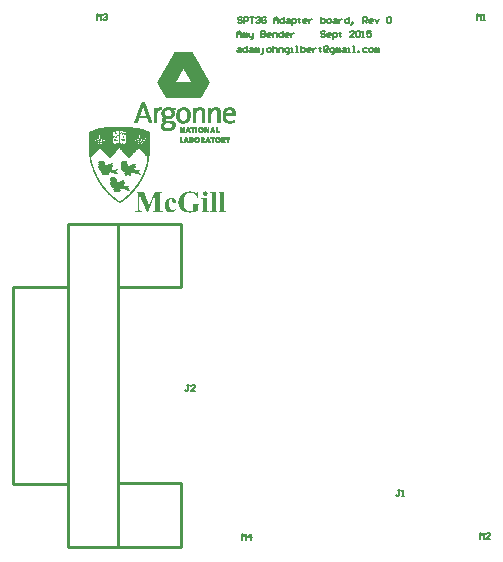
<source format=gto>
G04 Layer_Color=65535*
%FSLAX25Y25*%
%MOIN*%
G70*
G01*
G75*
%ADD11C,0.00500*%
%ADD27C,0.00100*%
%ADD28C,0.01000*%
%ADD29C,0.00050*%
G36*
X536270Y245404D02*
Y245395D01*
Y245387D01*
Y245337D01*
Y245262D01*
X536279Y245170D01*
X536287Y245079D01*
X536295Y244979D01*
X536312Y244904D01*
X536337Y244837D01*
X536345Y244829D01*
X536362Y244804D01*
X536395Y244770D01*
X536437Y244737D01*
X536504Y244695D01*
X536587Y244662D01*
X536695Y244637D01*
X536828Y244620D01*
Y244437D01*
X534321D01*
Y244620D01*
X534338D01*
X534371Y244629D01*
X534429D01*
X534496Y244645D01*
X534571Y244670D01*
X534646Y244695D01*
X534721Y244737D01*
X534779Y244795D01*
X534788Y244804D01*
X534796Y244820D01*
X534813Y244862D01*
X534829Y244912D01*
X534846Y244995D01*
X534863Y245095D01*
X534879Y245229D01*
Y245312D01*
Y245395D01*
Y250193D01*
Y250202D01*
Y250210D01*
Y250260D01*
Y250335D01*
X534871Y250427D01*
X534863Y250518D01*
X534846Y250610D01*
X534829Y250693D01*
X534804Y250751D01*
X534796Y250760D01*
X534779Y250785D01*
X534746Y250818D01*
X534704Y250851D01*
X534638Y250893D01*
X534554Y250935D01*
X534446Y250960D01*
X534321Y250976D01*
Y251168D01*
X536270D01*
Y245404D01*
D02*
G37*
G36*
X533446D02*
Y245395D01*
Y245387D01*
Y245337D01*
Y245262D01*
X533455Y245170D01*
X533463Y245079D01*
X533471Y244979D01*
X533488Y244904D01*
X533513Y244837D01*
X533521Y244829D01*
X533538Y244804D01*
X533571Y244770D01*
X533613Y244737D01*
X533680Y244695D01*
X533763Y244662D01*
X533871Y244637D01*
X534005Y244620D01*
Y244437D01*
X531497D01*
Y244620D01*
X531514D01*
X531547Y244629D01*
X531605D01*
X531672Y244645D01*
X531747Y244670D01*
X531822Y244695D01*
X531897Y244737D01*
X531955Y244795D01*
X531964Y244804D01*
X531972Y244820D01*
X531989Y244862D01*
X532005Y244912D01*
X532022Y244995D01*
X532039Y245095D01*
X532055Y245229D01*
Y245312D01*
Y245395D01*
Y250193D01*
Y250202D01*
Y250210D01*
Y250260D01*
Y250335D01*
X532047Y250427D01*
X532039Y250518D01*
X532022Y250610D01*
X532005Y250693D01*
X531980Y250751D01*
X531972Y250760D01*
X531955Y250785D01*
X531922Y250818D01*
X531880Y250851D01*
X531814Y250893D01*
X531731Y250935D01*
X531622Y250960D01*
X531497Y250976D01*
Y251168D01*
X533446D01*
Y245404D01*
D02*
G37*
G36*
X530614D02*
Y245395D01*
Y245387D01*
Y245337D01*
Y245262D01*
X530623Y245170D01*
X530631Y245079D01*
X530639Y244979D01*
X530656Y244904D01*
X530681Y244837D01*
X530689Y244829D01*
X530706Y244804D01*
X530739Y244770D01*
X530781Y244737D01*
X530848Y244695D01*
X530931Y244662D01*
X531039Y244637D01*
X531172Y244620D01*
Y244437D01*
X528665D01*
Y244620D01*
X528682D01*
X528715Y244629D01*
X528773D01*
X528840Y244645D01*
X528915Y244670D01*
X528990Y244695D01*
X529065Y244737D01*
X529123Y244795D01*
X529132Y244804D01*
X529140Y244820D01*
X529156Y244862D01*
X529173Y244912D01*
X529190Y244995D01*
X529207Y245095D01*
X529223Y245229D01*
Y245312D01*
Y245395D01*
Y248102D01*
Y248111D01*
Y248119D01*
Y248169D01*
Y248244D01*
X529215Y248336D01*
X529207Y248427D01*
X529190Y248519D01*
X529173Y248602D01*
X529148Y248660D01*
X529140Y248669D01*
X529123Y248694D01*
X529090Y248727D01*
X529048Y248761D01*
X528982Y248802D01*
X528898Y248844D01*
X528790Y248869D01*
X528665Y248885D01*
Y249077D01*
X530614D01*
Y245404D01*
D02*
G37*
G36*
X515870Y250976D02*
X515595D01*
X515562Y250968D01*
X515470Y250960D01*
X515370Y250935D01*
X515254Y250893D01*
X515145Y250835D01*
X515054Y250751D01*
X515012Y250693D01*
X514979Y250635D01*
Y250626D01*
X514970Y250610D01*
X514962Y250568D01*
X514954Y250518D01*
X514946Y250435D01*
X514937Y250326D01*
X514929Y250185D01*
Y250110D01*
Y250018D01*
Y245587D01*
Y245578D01*
Y245570D01*
Y245520D01*
Y245454D01*
Y245370D01*
Y245287D01*
Y245212D01*
X514937Y245145D01*
Y245104D01*
Y245095D01*
X514946Y245062D01*
X514962Y245012D01*
X514987Y244962D01*
X515021Y244895D01*
X515070Y244837D01*
X515129Y244770D01*
X515204Y244720D01*
X515212D01*
X515237Y244704D01*
X515270Y244695D01*
X515320Y244679D01*
X515387Y244662D01*
X515462Y244645D01*
X515545Y244637D01*
X515645Y244629D01*
X515870D01*
Y244437D01*
X512363D01*
Y244629D01*
X512630D01*
X512663Y244637D01*
X512755Y244645D01*
X512855Y244670D01*
X512971Y244712D01*
X513080Y244770D01*
X513180Y244854D01*
X513221Y244912D01*
X513254Y244970D01*
Y244979D01*
X513263Y244995D01*
X513271Y245037D01*
X513288Y245095D01*
X513296Y245179D01*
X513305Y245287D01*
X513313Y245428D01*
Y245503D01*
Y245595D01*
Y250585D01*
X510722Y244437D01*
X510606D01*
X507990Y250535D01*
Y245795D01*
Y245787D01*
Y245770D01*
Y245745D01*
Y245712D01*
Y245628D01*
Y245528D01*
X507998Y245420D01*
Y245328D01*
Y245245D01*
X508007Y245212D01*
Y245187D01*
Y245179D01*
X508015Y245162D01*
X508023Y245137D01*
X508040Y245104D01*
X508098Y245012D01*
X508132Y244962D01*
X508181Y244912D01*
X508240Y244854D01*
X508307Y244804D01*
X508382Y244762D01*
X508473Y244720D01*
X508573Y244679D01*
X508690Y244654D01*
X508823Y244637D01*
X508965Y244629D01*
Y244437D01*
X506666D01*
Y244629D01*
X506782D01*
X506815Y244637D01*
X506899Y244645D01*
X507007Y244662D01*
X507124Y244695D01*
X507240Y244745D01*
X507348Y244812D01*
X507440Y244904D01*
X507448Y244912D01*
X507457Y244929D01*
X507474Y244962D01*
X507499Y244995D01*
X507523Y245054D01*
X507549Y245112D01*
X507574Y245179D01*
X507590Y245262D01*
Y245279D01*
X507598Y245304D01*
Y245345D01*
Y245412D01*
X507607Y245495D01*
Y245553D01*
Y245620D01*
Y245687D01*
Y245770D01*
Y250018D01*
Y250027D01*
Y250035D01*
Y250085D01*
Y250152D01*
Y250235D01*
Y250318D01*
X507598Y250393D01*
Y250460D01*
X507590Y250501D01*
Y250510D01*
X507582Y250543D01*
X507565Y250585D01*
X507540Y250643D01*
X507507Y250701D01*
X507457Y250768D01*
X507399Y250826D01*
X507324Y250876D01*
X507315Y250885D01*
X507290Y250893D01*
X507257Y250910D01*
X507207Y250926D01*
X507140Y250943D01*
X507065Y250960D01*
X506974Y250976D01*
X506666D01*
Y251168D01*
X509414D01*
X511297Y246728D01*
X513130Y251168D01*
X515870D01*
Y250976D01*
D02*
G37*
G36*
X527574Y248944D02*
X527382D01*
Y248952D01*
X527365Y248985D01*
X527349Y249027D01*
X527324Y249085D01*
X527291Y249160D01*
X527257Y249252D01*
X527207Y249344D01*
X527157Y249444D01*
X527024Y249668D01*
X526866Y249902D01*
X526683Y250135D01*
X526466Y250343D01*
X526458Y250352D01*
X526433Y250368D01*
X526399Y250393D01*
X526349Y250435D01*
X526283Y250476D01*
X526208Y250526D01*
X526124Y250585D01*
X526024Y250635D01*
X525916Y250693D01*
X525800Y250743D01*
X525666Y250793D01*
X525533Y250835D01*
X525391Y250876D01*
X525241Y250901D01*
X525083Y250918D01*
X524925Y250926D01*
X524858D01*
X524783Y250918D01*
X524683Y250901D01*
X524558Y250876D01*
X524417Y250843D01*
X524267Y250793D01*
X524109Y250726D01*
X523942Y250643D01*
X523775Y250535D01*
X523609Y250401D01*
X523450Y250252D01*
X523301Y250068D01*
X523167Y249852D01*
X523101Y249727D01*
X523051Y249602D01*
X522992Y249468D01*
X522951Y249319D01*
Y249310D01*
X522942Y249285D01*
X522934Y249244D01*
X522917Y249185D01*
X522901Y249119D01*
X522884Y249035D01*
X522867Y248944D01*
X522851Y248844D01*
X522834Y248727D01*
X522817Y248602D01*
X522784Y248344D01*
X522759Y248061D01*
X522751Y247761D01*
Y247752D01*
Y247736D01*
Y247711D01*
Y247669D01*
Y247619D01*
X522759Y247561D01*
Y247494D01*
X522767Y247419D01*
X522784Y247253D01*
X522801Y247061D01*
X522834Y246845D01*
X522876Y246620D01*
X522926Y246395D01*
X522984Y246162D01*
X523067Y245928D01*
X523159Y245703D01*
X523267Y245495D01*
X523400Y245304D01*
X523550Y245137D01*
X523625Y245070D01*
X523717Y245004D01*
X523725D01*
X523742Y244987D01*
X523767Y244970D01*
X523809Y244954D01*
X523859Y244929D01*
X523917Y244895D01*
X523984Y244862D01*
X524067Y244837D01*
X524242Y244770D01*
X524450Y244712D01*
X524683Y244679D01*
X524933Y244662D01*
X525016D01*
X525058Y244670D01*
X525116D01*
X525241Y244687D01*
X525391Y244712D01*
X525566Y244745D01*
X525758Y244795D01*
X525966Y244862D01*
Y246253D01*
Y246270D01*
Y246303D01*
Y246361D01*
Y246428D01*
X525958Y246495D01*
Y246570D01*
X525949Y246628D01*
X525941Y246670D01*
Y246678D01*
X525933Y246703D01*
X525916Y246736D01*
X525891Y246778D01*
X525858Y246828D01*
X525808Y246878D01*
X525758Y246928D01*
X525683Y246970D01*
X525674Y246978D01*
X525650Y246986D01*
X525616Y247003D01*
X525566Y247020D01*
X525508Y247036D01*
X525433Y247053D01*
X525358Y247070D01*
X525100D01*
Y247261D01*
X528365D01*
Y247070D01*
X528348D01*
X528315Y247061D01*
X528257D01*
X528190Y247053D01*
X528049Y247028D01*
X527982Y247011D01*
X527924Y246994D01*
X527915D01*
X527890Y246978D01*
X527849Y246961D01*
X527807Y246928D01*
X527757Y246895D01*
X527699Y246845D01*
X527657Y246786D01*
X527615Y246711D01*
Y246703D01*
X527607Y246686D01*
X527599Y246661D01*
Y246620D01*
X527590Y246553D01*
X527582Y246478D01*
X527574Y246378D01*
Y246253D01*
Y244862D01*
X527557Y244854D01*
X527516Y244837D01*
X527441Y244812D01*
X527349Y244770D01*
X527224Y244729D01*
X527082Y244679D01*
X526916Y244629D01*
X526732Y244579D01*
X526533Y244520D01*
X526316Y244471D01*
X526083Y244421D01*
X525841Y244379D01*
X525591Y244337D01*
X525325Y244312D01*
X525050Y244296D01*
X524775Y244287D01*
X524700D01*
X524617Y244296D01*
X524508Y244304D01*
X524367Y244312D01*
X524200Y244337D01*
X524025Y244362D01*
X523825Y244404D01*
X523617Y244454D01*
X523400Y244520D01*
X523176Y244596D01*
X522951Y244687D01*
X522717Y244795D01*
X522493Y244920D01*
X522276Y245062D01*
X522068Y245229D01*
X522059Y245237D01*
X522018Y245270D01*
X521968Y245328D01*
X521893Y245404D01*
X521809Y245495D01*
X521718Y245612D01*
X521618Y245745D01*
X521518Y245903D01*
X521418Y246070D01*
X521318Y246262D01*
X521226Y246461D01*
X521143Y246686D01*
X521068Y246919D01*
X521018Y247169D01*
X520985Y247436D01*
X520968Y247711D01*
Y247719D01*
Y247727D01*
Y247752D01*
Y247778D01*
X520976Y247861D01*
X520985Y247969D01*
X521001Y248102D01*
X521026Y248261D01*
X521060Y248436D01*
X521101Y248619D01*
X521160Y248819D01*
X521235Y249035D01*
X521326Y249244D01*
X521426Y249468D01*
X521551Y249685D01*
X521701Y249893D01*
X521868Y250102D01*
X522059Y250302D01*
X522076Y250310D01*
X522109Y250343D01*
X522168Y250393D01*
X522251Y250460D01*
X522359Y250535D01*
X522484Y250626D01*
X522626Y250718D01*
X522792Y250810D01*
X522976Y250901D01*
X523184Y250993D01*
X523400Y251084D01*
X523634Y251160D01*
X523884Y251226D01*
X524150Y251276D01*
X524425Y251309D01*
X524717Y251318D01*
X524892D01*
X525016Y251309D01*
X525150Y251301D01*
X525300Y251285D01*
X525616Y251235D01*
X525625D01*
X525650Y251226D01*
X525691Y251218D01*
X525766Y251193D01*
X525858Y251168D01*
X525974Y251126D01*
X526124Y251076D01*
X526216Y251043D01*
X526308Y251010D01*
X526316D01*
X526333Y251001D01*
X526358Y250993D01*
X526391Y250985D01*
X526474Y250951D01*
X526574Y250918D01*
X526674Y250885D01*
X526774Y250851D01*
X526849Y250835D01*
X526882Y250826D01*
X526916D01*
X526949Y250835D01*
X527007Y250851D01*
X527074Y250885D01*
X527149Y250943D01*
X527191Y250985D01*
X527232Y251034D01*
X527274Y251093D01*
X527316Y251160D01*
X527349Y251235D01*
X527382Y251318D01*
X527574D01*
Y248944D01*
D02*
G37*
G36*
X530031Y251318D02*
X530106Y251301D01*
X530189Y251268D01*
X530281Y251235D01*
X530373Y251176D01*
X530464Y251101D01*
X530473Y251093D01*
X530498Y251060D01*
X530539Y251010D01*
X530581Y250951D01*
X530614Y250868D01*
X530656Y250776D01*
X530681Y250668D01*
X530689Y250551D01*
Y250535D01*
Y250501D01*
X530681Y250443D01*
X530664Y250368D01*
X530631Y250276D01*
X530589Y250193D01*
X530531Y250102D01*
X530456Y250010D01*
X530448Y250002D01*
X530414Y249977D01*
X530364Y249943D01*
X530306Y249902D01*
X530223Y249860D01*
X530131Y249827D01*
X530031Y249802D01*
X529915Y249793D01*
X529865D01*
X529806Y249802D01*
X529731Y249818D01*
X529640Y249843D01*
X529556Y249885D01*
X529465Y249935D01*
X529373Y250010D01*
X529365Y250018D01*
X529340Y250052D01*
X529306Y250102D01*
X529265Y250160D01*
X529223Y250243D01*
X529190Y250335D01*
X529165Y250435D01*
X529156Y250551D01*
Y250568D01*
Y250601D01*
X529165Y250660D01*
X529181Y250735D01*
X529207Y250826D01*
X529248Y250910D01*
X529298Y251001D01*
X529373Y251093D01*
X529381Y251101D01*
X529415Y251126D01*
X529465Y251168D01*
X529523Y251209D01*
X529606Y251251D01*
X529698Y251293D01*
X529798Y251318D01*
X529915Y251326D01*
X529973D01*
X530031Y251318D01*
D02*
G37*
G36*
X518727Y249202D02*
X518777D01*
X518836Y249194D01*
X518977Y249177D01*
X519136Y249135D01*
X519310Y249085D01*
X519494Y249019D01*
X519669Y248919D01*
X519677D01*
X519694Y248902D01*
X519719Y248885D01*
X519752Y248860D01*
X519835Y248785D01*
X519935Y248686D01*
X520035Y248561D01*
X520118Y248402D01*
X520152Y248319D01*
X520177Y248236D01*
X520193Y248136D01*
X520202Y248036D01*
Y248027D01*
Y248011D01*
Y247977D01*
X520193Y247936D01*
X520168Y247844D01*
X520127Y247727D01*
X520093Y247669D01*
X520052Y247611D01*
X520002Y247561D01*
X519935Y247519D01*
X519869Y247478D01*
X519785Y247444D01*
X519685Y247428D01*
X519577Y247419D01*
X519552D01*
X519519Y247428D01*
X519477Y247436D01*
X519369Y247469D01*
X519310Y247494D01*
X519244Y247528D01*
X519185Y247578D01*
X519119Y247636D01*
X519061Y247703D01*
X519002Y247786D01*
X518952Y247886D01*
X518911Y248002D01*
X518877Y248144D01*
X518861Y248294D01*
Y248302D01*
Y248319D01*
X518852Y248344D01*
X518844Y248386D01*
X518827Y248477D01*
X518794Y248577D01*
X518736Y248686D01*
X518661Y248769D01*
X518619Y248810D01*
X518569Y248835D01*
X518511Y248852D01*
X518444Y248860D01*
X518402D01*
X518361Y248844D01*
X518302Y248827D01*
X518244Y248794D01*
X518178Y248752D01*
X518103Y248686D01*
X518036Y248602D01*
Y248594D01*
X518028Y248586D01*
X518011Y248561D01*
X517994Y248527D01*
X517978Y248486D01*
X517961Y248444D01*
X517936Y248377D01*
X517911Y248311D01*
X517886Y248236D01*
X517869Y248152D01*
X517844Y248052D01*
X517828Y247952D01*
X517811Y247836D01*
X517794Y247711D01*
X517786Y247578D01*
Y247436D01*
Y247428D01*
Y247411D01*
Y247378D01*
Y247336D01*
X517794Y247278D01*
Y247219D01*
X517803Y247144D01*
X517811Y247070D01*
X517828Y246886D01*
X517861Y246695D01*
X517903Y246486D01*
X517961Y246278D01*
Y246270D01*
X517969Y246253D01*
X517986Y246212D01*
X518003Y246170D01*
X518019Y246111D01*
X518044Y246053D01*
X518111Y245903D01*
X518202Y245745D01*
X518302Y245587D01*
X518419Y245428D01*
X518561Y245295D01*
X518569Y245287D01*
X518611Y245262D01*
X518669Y245229D01*
X518744Y245195D01*
X518836Y245154D01*
X518944Y245120D01*
X519069Y245095D01*
X519210Y245087D01*
X519261D01*
X519294Y245095D01*
X519335Y245104D01*
X519385Y245120D01*
X519510Y245154D01*
X519652Y245220D01*
X519735Y245262D01*
X519819Y245320D01*
X519910Y245378D01*
X519993Y245454D01*
X520093Y245537D01*
X520185Y245637D01*
X520343Y245512D01*
X520335Y245495D01*
X520310Y245462D01*
X520277Y245404D01*
X520227Y245320D01*
X520160Y245229D01*
X520077Y245129D01*
X519977Y245020D01*
X519869Y244912D01*
X519744Y244795D01*
X519602Y244687D01*
X519452Y244587D01*
X519285Y244496D01*
X519102Y244412D01*
X518911Y244354D01*
X518702Y244321D01*
X518486Y244304D01*
X518444D01*
X518394Y244312D01*
X518328D01*
X518244Y244329D01*
X518153Y244346D01*
X518053Y244362D01*
X517936Y244395D01*
X517819Y244437D01*
X517694Y244479D01*
X517569Y244537D01*
X517445Y244612D01*
X517320Y244695D01*
X517195Y244787D01*
X517070Y244904D01*
X516961Y245029D01*
X516953Y245037D01*
X516936Y245062D01*
X516911Y245095D01*
X516878Y245154D01*
X516845Y245212D01*
X516795Y245295D01*
X516753Y245387D01*
X516703Y245487D01*
X516653Y245603D01*
X516611Y245728D01*
X516562Y245862D01*
X516528Y246012D01*
X516495Y246162D01*
X516470Y246328D01*
X516453Y246503D01*
X516445Y246678D01*
Y246686D01*
Y246720D01*
Y246770D01*
X516453Y246836D01*
X516462Y246919D01*
X516470Y247011D01*
X516487Y247119D01*
X516511Y247236D01*
X516537Y247361D01*
X516570Y247494D01*
X516611Y247636D01*
X516653Y247778D01*
X516712Y247919D01*
X516778Y248061D01*
X516853Y248202D01*
X516945Y248336D01*
X516953Y248344D01*
X516970Y248377D01*
X517011Y248419D01*
X517061Y248469D01*
X517120Y248536D01*
X517195Y248610D01*
X517286Y248694D01*
X517386Y248777D01*
X517503Y248852D01*
X517628Y248935D01*
X517761Y249010D01*
X517911Y249077D01*
X518078Y249127D01*
X518253Y249177D01*
X518436Y249202D01*
X518627Y249210D01*
X518686D01*
X518727Y249202D01*
D02*
G37*
D11*
X542077Y135201D02*
Y137200D01*
X542743Y136534D01*
X543410Y137200D01*
Y135201D01*
X545076D02*
Y137200D01*
X544076Y136201D01*
X545409D01*
X493692Y308457D02*
Y310456D01*
X494359Y309790D01*
X495025Y310456D01*
Y308457D01*
X495692Y310123D02*
X496025Y310456D01*
X496692D01*
X497025Y310123D01*
Y309790D01*
X496692Y309457D01*
X496358D01*
X496692D01*
X497025Y309124D01*
Y308790D01*
X496692Y308457D01*
X496025D01*
X495692Y308790D01*
X594899Y151757D02*
X594233D01*
X594566D01*
Y150091D01*
X594233Y149757D01*
X593899D01*
X593566Y150091D01*
X595565Y149757D02*
X596232D01*
X595899D01*
Y151757D01*
X595565Y151424D01*
X524490Y186901D02*
X523824D01*
X524157D01*
Y185235D01*
X523824Y184902D01*
X523490D01*
X523157Y185235D01*
X526489Y184902D02*
X525156D01*
X526489Y186235D01*
Y186568D01*
X526156Y186901D01*
X525490D01*
X525156Y186568D01*
X621665Y135382D02*
Y137381D01*
X622331Y136715D01*
X622998Y137381D01*
Y135382D01*
X624997D02*
X623664D01*
X624997Y136715D01*
Y137048D01*
X624664Y137381D01*
X623998D01*
X623664Y137048D01*
X620600Y308300D02*
Y310299D01*
X621266Y309633D01*
X621933Y310299D01*
Y308300D01*
X622599D02*
X623266D01*
X622933D01*
Y310299D01*
X622599Y309966D01*
X542190Y309092D02*
X541856Y309425D01*
X541190D01*
X540857Y309092D01*
Y308759D01*
X541190Y308425D01*
X541856D01*
X542190Y308092D01*
Y307759D01*
X541856Y307426D01*
X541190D01*
X540857Y307759D01*
X542856Y307426D02*
Y309425D01*
X543856D01*
X544189Y309092D01*
Y308425D01*
X543856Y308092D01*
X542856D01*
X544855Y309425D02*
X546188D01*
X545522D01*
Y307426D01*
X546855Y309092D02*
X547188Y309425D01*
X547854D01*
X548188Y309092D01*
Y308759D01*
X547854Y308425D01*
X547521D01*
X547854D01*
X548188Y308092D01*
Y307759D01*
X547854Y307426D01*
X547188D01*
X546855Y307759D01*
X550187Y309092D02*
X549854Y309425D01*
X549187D01*
X548854Y309092D01*
Y307759D01*
X549187Y307426D01*
X549854D01*
X550187Y307759D01*
Y308425D01*
X549520D01*
X552853Y307426D02*
Y308759D01*
X553519Y309425D01*
X554186Y308759D01*
Y307426D01*
Y308425D01*
X552853D01*
X556185Y309425D02*
Y307426D01*
X555185D01*
X554852Y307759D01*
Y308425D01*
X555185Y308759D01*
X556185D01*
X557185D02*
X557851D01*
X558184Y308425D01*
Y307426D01*
X557185D01*
X556851Y307759D01*
X557185Y308092D01*
X558184D01*
X558851Y306759D02*
Y308759D01*
X559851D01*
X560184Y308425D01*
Y307759D01*
X559851Y307426D01*
X558851D01*
X561183Y309092D02*
Y308759D01*
X560850D01*
X561517D01*
X561183D01*
Y307759D01*
X561517Y307426D01*
X563516D02*
X562850D01*
X562516Y307759D01*
Y308425D01*
X562850Y308759D01*
X563516D01*
X563849Y308425D01*
Y308092D01*
X562516D01*
X564516Y308759D02*
Y307426D01*
Y308092D01*
X564849Y308425D01*
X565182Y308759D01*
X565515D01*
X568514Y309425D02*
Y307426D01*
X569514D01*
X569847Y307759D01*
Y308092D01*
Y308425D01*
X569514Y308759D01*
X568514D01*
X570847Y307426D02*
X571513D01*
X571847Y307759D01*
Y308425D01*
X571513Y308759D01*
X570847D01*
X570514Y308425D01*
Y307759D01*
X570847Y307426D01*
X572846Y308759D02*
X573513D01*
X573846Y308425D01*
Y307426D01*
X572846D01*
X572513Y307759D01*
X572846Y308092D01*
X573846D01*
X574512Y308759D02*
Y307426D01*
Y308092D01*
X574846Y308425D01*
X575179Y308759D01*
X575512D01*
X577845Y309425D02*
Y307426D01*
X576845D01*
X576512Y307759D01*
Y308425D01*
X576845Y308759D01*
X577845D01*
X578844Y307093D02*
X579178Y307426D01*
Y307759D01*
X578844D01*
Y307426D01*
X579178D01*
X578844Y307093D01*
X578511Y306759D01*
X582510Y307426D02*
Y309425D01*
X583509D01*
X583843Y309092D01*
Y308425D01*
X583509Y308092D01*
X582510D01*
X583176D02*
X583843Y307426D01*
X585509D02*
X584842D01*
X584509Y307759D01*
Y308425D01*
X584842Y308759D01*
X585509D01*
X585842Y308425D01*
Y308092D01*
X584509D01*
X586508Y308759D02*
X587175Y307426D01*
X587841Y308759D01*
X590507Y309092D02*
X590840Y309425D01*
X591507D01*
X591840Y309092D01*
Y307759D01*
X591507Y307426D01*
X590840D01*
X590507Y307759D01*
Y309092D01*
X540890Y299259D02*
X541556D01*
X541889Y298925D01*
Y297926D01*
X540890D01*
X540557Y298259D01*
X540890Y298592D01*
X541889D01*
X543889Y299925D02*
Y297926D01*
X542889D01*
X542556Y298259D01*
Y298925D01*
X542889Y299259D01*
X543889D01*
X544889D02*
X545555D01*
X545888Y298925D01*
Y297926D01*
X544889D01*
X544555Y298259D01*
X544889Y298592D01*
X545888D01*
X546555Y297926D02*
Y299259D01*
X546888D01*
X547221Y298925D01*
Y297926D01*
Y298925D01*
X547554Y299259D01*
X547888Y298925D01*
Y297926D01*
X548554Y297259D02*
X548887D01*
X549221Y297593D01*
Y299259D01*
X550887Y297926D02*
X551553D01*
X551886Y298259D01*
Y298925D01*
X551553Y299259D01*
X550887D01*
X550553Y298925D01*
Y298259D01*
X550887Y297926D01*
X552553Y299925D02*
Y297926D01*
Y298925D01*
X552886Y299259D01*
X553552D01*
X553886Y298925D01*
Y297926D01*
X554552D02*
Y299259D01*
X555552D01*
X555885Y298925D01*
Y297926D01*
X557218Y297259D02*
X557551D01*
X557884Y297593D01*
Y299259D01*
X556885D01*
X556551Y298925D01*
Y298259D01*
X556885Y297926D01*
X557884D01*
X558551D02*
X559217D01*
X558884D01*
Y299259D01*
X558551D01*
X560217Y297926D02*
X560883D01*
X560550D01*
Y299925D01*
X560217D01*
X561883D02*
Y297926D01*
X562883D01*
X563216Y298259D01*
Y298592D01*
Y298925D01*
X562883Y299259D01*
X561883D01*
X564882Y297926D02*
X564216D01*
X563882Y298259D01*
Y298925D01*
X564216Y299259D01*
X564882D01*
X565215Y298925D01*
Y298592D01*
X563882D01*
X565882Y299259D02*
Y297926D01*
Y298592D01*
X566215Y298925D01*
X566548Y299259D01*
X566881D01*
X568214Y299592D02*
Y299259D01*
X567881D01*
X568547D01*
X568214D01*
Y298259D01*
X568547Y297926D01*
X570547Y298592D02*
Y298925D01*
X570214D01*
Y298592D01*
X570547D01*
X570880Y298925D01*
Y299592D01*
X570547Y299925D01*
X569880D01*
X569547Y299592D01*
Y298259D01*
X569880Y297926D01*
X570880D01*
X572213Y297259D02*
X572546D01*
X572880Y297593D01*
Y299259D01*
X571880D01*
X571547Y298925D01*
Y298259D01*
X571880Y297926D01*
X572880D01*
X573546D02*
Y299259D01*
X573879D01*
X574212Y298925D01*
Y297926D01*
Y298925D01*
X574546Y299259D01*
X574879Y298925D01*
Y297926D01*
X575878Y299259D02*
X576545D01*
X576878Y298925D01*
Y297926D01*
X575878D01*
X575545Y298259D01*
X575878Y298592D01*
X576878D01*
X577545Y297926D02*
X578211D01*
X577878D01*
Y299259D01*
X577545D01*
X579211Y297926D02*
X579877D01*
X579544D01*
Y299925D01*
X579211D01*
X580877Y297926D02*
Y298259D01*
X581210D01*
Y297926D01*
X580877D01*
X583876Y299259D02*
X582876D01*
X582543Y298925D01*
Y298259D01*
X582876Y297926D01*
X583876D01*
X584876D02*
X585542D01*
X585875Y298259D01*
Y298925D01*
X585542Y299259D01*
X584876D01*
X584542Y298925D01*
Y298259D01*
X584876Y297926D01*
X586542D02*
Y299259D01*
X586875D01*
X587208Y298925D01*
Y297926D01*
Y298925D01*
X587541Y299259D01*
X587875Y298925D01*
Y297926D01*
X540657Y302676D02*
Y304009D01*
X541323Y304675D01*
X541990Y304009D01*
Y302676D01*
Y303676D01*
X540657D01*
X542656Y302676D02*
Y304009D01*
X542989D01*
X543322Y303676D01*
Y302676D01*
Y303676D01*
X543656Y304009D01*
X543989Y303676D01*
Y302676D01*
X544655Y304009D02*
Y303009D01*
X544989Y302676D01*
X545988D01*
Y302343D01*
X545655Y302009D01*
X545322D01*
X545988Y302676D02*
Y304009D01*
X548654Y304675D02*
Y302676D01*
X549654D01*
X549987Y303009D01*
Y303342D01*
X549654Y303676D01*
X548654D01*
X549654D01*
X549987Y304009D01*
Y304342D01*
X549654Y304675D01*
X548654D01*
X551653Y302676D02*
X550987D01*
X550653Y303009D01*
Y303676D01*
X550987Y304009D01*
X551653D01*
X551986Y303676D01*
Y303342D01*
X550653D01*
X552653Y302676D02*
Y304009D01*
X553652D01*
X553986Y303676D01*
Y302676D01*
X555985Y304675D02*
Y302676D01*
X554985D01*
X554652Y303009D01*
Y303676D01*
X554985Y304009D01*
X555985D01*
X557651Y302676D02*
X556985D01*
X556651Y303009D01*
Y303676D01*
X556985Y304009D01*
X557651D01*
X557984Y303676D01*
Y303342D01*
X556651D01*
X558651Y304009D02*
Y302676D01*
Y303342D01*
X558984Y303676D01*
X559317Y304009D01*
X559651D01*
X569980Y304342D02*
X569647Y304675D01*
X568981D01*
X568647Y304342D01*
Y304009D01*
X568981Y303676D01*
X569647D01*
X569980Y303342D01*
Y303009D01*
X569647Y302676D01*
X568981D01*
X568647Y303009D01*
X571647Y302676D02*
X570980D01*
X570647Y303009D01*
Y303676D01*
X570980Y304009D01*
X571647D01*
X571980Y303676D01*
Y303342D01*
X570647D01*
X572646Y302009D02*
Y304009D01*
X573646D01*
X573979Y303676D01*
Y303009D01*
X573646Y302676D01*
X572646D01*
X574979Y304342D02*
Y304009D01*
X574646D01*
X575312D01*
X574979D01*
Y303009D01*
X575312Y302676D01*
X579644D02*
X578311D01*
X579644Y304009D01*
Y304342D01*
X579311Y304675D01*
X578644D01*
X578311Y304342D01*
X580310D02*
X580644Y304675D01*
X581310D01*
X581643Y304342D01*
Y303009D01*
X581310Y302676D01*
X580644D01*
X580310Y303009D01*
Y304342D01*
X582310Y302676D02*
X582976D01*
X582643D01*
Y304675D01*
X582310Y304342D01*
X585309Y304675D02*
X583976D01*
Y303676D01*
X584642Y304009D01*
X584976D01*
X585309Y303676D01*
Y303009D01*
X584976Y302676D01*
X584309D01*
X583976Y303009D01*
D27*
X498361Y272914D02*
X503361D01*
X497061Y272814D02*
X504661D01*
X496261Y272714D02*
X505661D01*
X495561Y272614D02*
X506261D01*
X495061Y272514D02*
X506961D01*
X494561Y272414D02*
X507461D01*
X494161Y272314D02*
X507961D01*
X493861Y272214D02*
X508361D01*
X493561Y272114D02*
X508761D01*
X493161Y272014D02*
X509061D01*
X492861Y271914D02*
X509461D01*
X492661Y271814D02*
X500361D01*
X501061D02*
X501261D01*
X501961D02*
X509661D01*
X492361Y271714D02*
X500061D01*
X501161D02*
X501261D01*
X502261D02*
X509961D01*
X492161Y271614D02*
X498761D01*
X498861D02*
X498961D01*
X499161D02*
X499761D01*
X501161D02*
X501261D01*
X502561D02*
X503161D01*
X503361D02*
X503461D01*
X503661D02*
X510261D01*
X491861Y271514D02*
X498661D01*
X498861D02*
X498961D01*
X501161D02*
X501261D01*
X503361D02*
X503461D01*
X503761D02*
X510461D01*
X491661Y271414D02*
X498461D01*
X498861D02*
X498961D01*
X501161D02*
X501261D01*
X503361D02*
X503461D01*
X503861D02*
X510661D01*
X491461Y271314D02*
X498361D01*
X498861D02*
X498961D01*
X501161D02*
X501261D01*
X503361D02*
X503461D01*
X503861D02*
X510861D01*
X491261Y271214D02*
X498361D01*
X498861D02*
X498961D01*
X501161D02*
X501261D01*
X503361D02*
X503461D01*
X503861D02*
X511061D01*
X491261Y271114D02*
X498361D01*
X498861D02*
X498961D01*
X501161D02*
X501261D01*
X503361D02*
X503461D01*
X503861D02*
X511061D01*
X491261Y271014D02*
X498361D01*
X498861D02*
X498961D01*
X499861D02*
X499961D01*
X501161D02*
X501261D01*
X501761D02*
X501861D01*
X503361D02*
X503461D01*
X503861D02*
X511061D01*
X491261Y270914D02*
X498361D01*
X498861D02*
X498961D01*
X499861D02*
X499961D01*
X501161D02*
X501261D01*
X501461D02*
X501561D01*
X502061D02*
X502161D01*
X502661D02*
X502761D01*
X502961D02*
X503061D01*
X503361D02*
X503461D01*
X503861D02*
X511061D01*
X491261Y270814D02*
X498361D01*
X498861D02*
X498961D01*
X499861D02*
X499961D01*
X501161D02*
X501261D01*
X501461D02*
X501561D01*
X502961D02*
X503061D01*
X503361D02*
X503461D01*
X503861D02*
X511061D01*
X491261Y270714D02*
X498361D01*
X498861D02*
X498961D01*
X499861D02*
X499961D01*
X500161D02*
X500261D01*
X501161D02*
X501261D01*
X501461D02*
X501561D01*
X502961D02*
X503061D01*
X503361D02*
X503461D01*
X503861D02*
X511061D01*
X491261Y270614D02*
X494461D01*
X494661D02*
X498361D01*
X498861D02*
X498961D01*
X501161D02*
X501261D01*
X502061D02*
X502161D01*
X502961D02*
X503061D01*
X503361D02*
X503461D01*
X503861D02*
X507761D01*
X508061D02*
X511061D01*
X491261Y270514D02*
X494361D01*
X494761D02*
X498361D01*
X498861D02*
X498961D01*
X501161D02*
X501261D01*
X503361D02*
X503461D01*
X503861D02*
X507761D01*
X508061D02*
X511161D01*
X491261Y270414D02*
X494361D01*
X494761D02*
X498361D01*
X498861D02*
X498961D01*
X501161D02*
X501261D01*
X503361D02*
X503461D01*
X503861D02*
X507661D01*
X508161D02*
X511161D01*
X491261Y270314D02*
X494361D01*
X494861D02*
X498361D01*
X498861D02*
X498961D01*
X501161D02*
X501261D01*
X503361D02*
X503461D01*
X503861D02*
X507661D01*
X508161D02*
X511161D01*
X491261Y270214D02*
X494261D01*
X494861D02*
X498361D01*
X498861D02*
X498961D01*
X501161D02*
X501261D01*
X503361D02*
X503461D01*
X503861D02*
X507661D01*
X508161D02*
X511161D01*
X491261Y270114D02*
X494261D01*
X494861D02*
X498361D01*
X498861D02*
X498961D01*
X501161D02*
X501261D01*
X503361D02*
X503461D01*
X503861D02*
X507661D01*
X508161D02*
X511161D01*
X491261Y270014D02*
X494261D01*
X494861D02*
X498361D01*
X498861D02*
X498961D01*
X500361D02*
X500461D01*
X500661D02*
X500761D01*
X501161D02*
X501261D01*
X503361D02*
X503461D01*
X503861D02*
X507661D01*
X508161D02*
X511161D01*
X491261Y269914D02*
X494261D01*
X494861D02*
X498361D01*
X498861D02*
X498961D01*
X499161D02*
X499261D01*
X499361D02*
X499461D01*
X500061D02*
X500161D01*
X501161D02*
X501261D01*
X503361D02*
X503461D01*
X503861D02*
X507661D01*
X508161D02*
X511161D01*
X491261Y269814D02*
X493961D01*
X495161D02*
X498361D01*
X498861D02*
X498961D01*
X499161D02*
X499261D01*
X501161D02*
X501261D01*
X502461D02*
X502561D01*
X503361D02*
X503461D01*
X503861D02*
X507361D01*
X508561D02*
X511161D01*
X491261Y269714D02*
X492161D01*
X492361D02*
X492861D01*
X493061D02*
X494061D01*
X495061D02*
X498361D01*
X498861D02*
X498961D01*
X499161D02*
X499261D01*
X501161D02*
X501261D01*
X502461D02*
X502561D01*
X503361D02*
X503461D01*
X503861D02*
X505461D01*
X505661D02*
X506261D01*
X506361D02*
X507461D01*
X508461D02*
X511161D01*
X491261Y269614D02*
X492161D01*
X492461D02*
X492761D01*
X493061D02*
X494161D01*
X494961D02*
X496061D01*
X496361D02*
X496661D01*
X496961D02*
X498361D01*
X498861D02*
X498961D01*
X499161D02*
X499261D01*
X500061D02*
X500161D01*
X501161D02*
X501261D01*
X502461D02*
X502561D01*
X503361D02*
X503461D01*
X503861D02*
X505461D01*
X505861D02*
X506061D01*
X506461D02*
X507561D01*
X508361D02*
X509361D01*
X509761D02*
X510061D01*
X510361D02*
X511161D01*
X491261Y269514D02*
X492161D01*
X492961D02*
X494261D01*
X494961D02*
X496161D01*
X496461D02*
X496561D01*
X496961D02*
X498361D01*
X498861D02*
X498961D01*
X499161D02*
X499261D01*
X499861D02*
X499961D01*
X501161D02*
X501261D01*
X502461D02*
X502561D01*
X503361D02*
X503461D01*
X503861D02*
X505561D01*
X506361D02*
X507561D01*
X508261D02*
X509461D01*
X510261D02*
X511161D01*
X491261Y269414D02*
X492261D01*
X492961D02*
X494261D01*
X494861D02*
X496261D01*
X496861D02*
X498361D01*
X498861D02*
X498961D01*
X501161D02*
X501261D01*
X503361D02*
X503461D01*
X503861D02*
X505561D01*
X506261D02*
X507661D01*
X508261D02*
X509561D01*
X510261D02*
X511161D01*
X491261Y269314D02*
X492261D01*
X492861D02*
X494261D01*
X494861D02*
X496361D01*
X496861D02*
X498361D01*
X498861D02*
X498961D01*
X501161D02*
X501261D01*
X503361D02*
X503461D01*
X503861D02*
X505661D01*
X506161D02*
X507661D01*
X508261D02*
X509661D01*
X510161D02*
X511161D01*
X491261Y269214D02*
X492361D01*
X492861D02*
X494261D01*
X494861D02*
X496361D01*
X496861D02*
X498361D01*
X498861D02*
X498961D01*
X501161D02*
X501261D01*
X503361D02*
X503461D01*
X503861D02*
X505661D01*
X506161D02*
X507561D01*
X508261D02*
X509661D01*
X510161D02*
X511161D01*
X491261Y269114D02*
X492361D01*
X492861D02*
X494161D01*
X494961D02*
X496361D01*
X496761D02*
X498361D01*
X498861D02*
X498961D01*
X501161D02*
X501261D01*
X503361D02*
X503461D01*
X503861D02*
X505761D01*
X506161D02*
X507561D01*
X508261D02*
X509661D01*
X510161D02*
X511161D01*
X491261Y269014D02*
X492461D01*
X492861D02*
X493961D01*
X495061D02*
X496361D01*
X496761D02*
X498361D01*
X498861D02*
X498961D01*
X501161D02*
X501261D01*
X503361D02*
X503461D01*
X503861D02*
X505761D01*
X506161D02*
X507361D01*
X507861D02*
X507961D01*
X508461D02*
X509661D01*
X510061D02*
X511161D01*
X491261Y268914D02*
X492461D01*
X492861D02*
X493561D01*
X494461D02*
X494661D01*
X495561D02*
X496261D01*
X496661D02*
X498361D01*
X498861D02*
X498961D01*
X501161D02*
X501261D01*
X503361D02*
X503461D01*
X503861D02*
X505861D01*
X506261D02*
X506861D01*
X507861D02*
X507961D01*
X508961D02*
X509661D01*
X510061D02*
X511161D01*
X491261Y268814D02*
X492561D01*
X492961D02*
X493461D01*
X494461D02*
X494661D01*
X495661D02*
X496161D01*
X496661D02*
X498361D01*
X498861D02*
X498961D01*
X499661D02*
X499761D01*
X501161D02*
X501261D01*
X501761D02*
X501861D01*
X501961D02*
X502061D01*
X503361D02*
X503461D01*
X503861D02*
X505861D01*
X506361D02*
X506861D01*
X507761D02*
X508061D01*
X509061D02*
X509461D01*
X509961D02*
X511161D01*
X491261Y268714D02*
X492561D01*
X494361D02*
X494761D01*
X496561D02*
X498361D01*
X498861D02*
X498961D01*
X499661D02*
X499761D01*
X501161D02*
X501261D01*
X502061D02*
X502161D01*
X502661D02*
X502761D01*
X503361D02*
X503461D01*
X503861D02*
X505861D01*
X507761D02*
X508061D01*
X509961D02*
X511261D01*
X491261Y268614D02*
X492561D01*
X493661D02*
X493761D01*
X494361D02*
X494761D01*
X495361D02*
X495561D01*
X496561D02*
X498361D01*
X498861D02*
X498961D01*
X499661D02*
X499761D01*
X501161D02*
X501261D01*
X502061D02*
X502161D01*
X502361D02*
X502461D01*
X503361D02*
X503461D01*
X503861D02*
X505961D01*
X506961D02*
X507161D01*
X507661D02*
X508161D01*
X508761D02*
X508861D01*
X509861D02*
X511261D01*
X491161Y268514D02*
X492661D01*
X493561D02*
X493761D01*
X495361D02*
X495661D01*
X496461D02*
X498361D01*
X498861D02*
X498961D01*
X499661D02*
X499761D01*
X501161D02*
X501261D01*
X502061D02*
X502161D01*
X502761D02*
X502861D01*
X503361D02*
X503461D01*
X503861D02*
X505961D01*
X506861D02*
X507161D01*
X508761D02*
X508961D01*
X509861D02*
X511261D01*
X491161Y268414D02*
X492661D01*
X496461D02*
X498361D01*
X498861D02*
X498961D01*
X499661D02*
X499761D01*
X499961D02*
X500061D01*
X500561D02*
X500661D01*
X501161D02*
X501261D01*
X502361D02*
X502461D01*
X503361D02*
X503461D01*
X503861D02*
X506061D01*
X509761D02*
X511261D01*
X491161Y268314D02*
X492761D01*
X494161D02*
X494861D01*
X496361D02*
X498361D01*
X498861D02*
X498961D01*
X501161D02*
X501261D01*
X503361D02*
X503461D01*
X503861D02*
X506061D01*
X507461D02*
X508261D01*
X509761D02*
X511261D01*
X491161Y268214D02*
X492761D01*
X493161D02*
X493861D01*
X495361D02*
X495761D01*
X496361D02*
X498361D01*
X498861D02*
X498961D01*
X501161D02*
X501261D01*
X503361D02*
X503461D01*
X503861D02*
X506161D01*
X506561D02*
X507161D01*
X508661D02*
X509161D01*
X509661D02*
X511261D01*
X491161Y268114D02*
X493261D01*
X495961D02*
X498361D01*
X498861D02*
X498961D01*
X501161D02*
X501261D01*
X503361D02*
X503461D01*
X503861D02*
X506561D01*
X509261D02*
X511261D01*
X491161Y268014D02*
X492961D01*
X494561D02*
X494661D01*
X496161D02*
X498361D01*
X498861D02*
X498961D01*
X501161D02*
X501261D01*
X503361D02*
X503461D01*
X503861D02*
X506361D01*
X507861D02*
X507961D01*
X509561D02*
X511261D01*
X491161Y267914D02*
X492961D01*
X493861D02*
X494061D01*
X494461D02*
X494761D01*
X495061D02*
X495361D01*
X496161D02*
X498361D01*
X498861D02*
X498961D01*
X501161D02*
X501261D01*
X503361D02*
X503461D01*
X503861D02*
X506361D01*
X507161D02*
X507461D01*
X507761D02*
X508061D01*
X508461D02*
X508661D01*
X509561D02*
X511261D01*
X491161Y267814D02*
X493061D01*
X493261D02*
X493461D01*
X493861D02*
X494061D01*
X494461D02*
X494661D01*
X495061D02*
X495361D01*
X495661D02*
X495861D01*
X496161D02*
X498361D01*
X498861D02*
X498961D01*
X501161D02*
X501261D01*
X503361D02*
X503461D01*
X503861D02*
X506361D01*
X506661D02*
X506861D01*
X507161D02*
X507461D01*
X507861D02*
X508061D01*
X508461D02*
X508661D01*
X509061D02*
X509261D01*
X509561D02*
X511261D01*
X491161Y267714D02*
X493061D01*
X493261D02*
X493561D01*
X495661D02*
X495961D01*
X496161D02*
X498361D01*
X498861D02*
X498961D01*
X501161D02*
X501261D01*
X503361D02*
X503461D01*
X503861D02*
X506461D01*
X506561D02*
X506861D01*
X509061D02*
X509261D01*
X509461D02*
X511261D01*
X491161Y267614D02*
X493161D01*
X493361D02*
X493461D01*
X495761D02*
X495861D01*
X496061D02*
X498361D01*
X498861D02*
X498961D01*
X500161D02*
X500361D01*
X501061D02*
X501361D01*
X502061D02*
X502161D01*
X503361D02*
X503461D01*
X503861D02*
X506461D01*
X506661D02*
X506761D01*
X509061D02*
X509261D01*
X509461D02*
X511261D01*
X491161Y267514D02*
X493161D01*
X494361D02*
X494661D01*
X496061D02*
X498361D01*
X498861D02*
X499061D01*
X501161D02*
X501261D01*
X503261D02*
X503561D01*
X503861D02*
X506561D01*
X507761D02*
X508061D01*
X509361D02*
X511261D01*
X491161Y267414D02*
X493261D01*
X493561D02*
X493761D01*
X495361D02*
X495561D01*
X496061D02*
X498361D01*
X498761D02*
X498861D01*
X500961D02*
X501061D01*
X503561D02*
X503661D01*
X503861D02*
X506561D01*
X506961D02*
X507161D01*
X508761D02*
X508861D01*
X509361D02*
X511261D01*
X491161Y267314D02*
X493361D01*
X495961D02*
X498361D01*
X498561D02*
X498661D01*
X500861D02*
X500961D01*
X501361D02*
X501461D01*
X503661D02*
X503761D01*
X503861D02*
X506761D01*
X509161D02*
X509261D01*
X509361D02*
X511261D01*
X491161Y267214D02*
X493261D01*
X495961D02*
X498561D01*
X500861D02*
X500961D01*
X501361D02*
X501461D01*
X503761D02*
X506661D01*
X509261D02*
X511261D01*
X491161Y267114D02*
X493461D01*
X495761D02*
X498561D01*
X500761D02*
X501061D01*
X501361D02*
X501561D01*
X503761D02*
X506861D01*
X509061D02*
X511261D01*
X491161Y267014D02*
X511261D01*
X491161Y266914D02*
X511261D01*
X491161Y266814D02*
X511261D01*
X491161Y266714D02*
X511261D01*
X491161Y266614D02*
X511261D01*
X491161Y266514D02*
X511261D01*
X491161Y266414D02*
X511261D01*
X491161Y266314D02*
X511261D01*
X491161Y266214D02*
X511261D01*
X491161Y266114D02*
X494561D01*
X494761D02*
X501061D01*
X501161D02*
X507561D01*
X507761D02*
X511261D01*
X491161Y266014D02*
X494561D01*
X494861D02*
X501061D01*
X501261D02*
X507461D01*
X507761D02*
X511261D01*
X491161Y265914D02*
X494461D01*
X494961D02*
X500961D01*
X501361D02*
X507361D01*
X507861D02*
X511261D01*
X491161Y265814D02*
X494361D01*
X495061D02*
X500861D01*
X501461D02*
X507261D01*
X507961D02*
X511261D01*
X491161Y265714D02*
X494261D01*
X495161D02*
X500761D01*
X501561D02*
X507161D01*
X508061D02*
X511261D01*
X491161Y265614D02*
X494161D01*
X495261D02*
X500661D01*
X501661D02*
X507061D01*
X508161D02*
X511261D01*
X491161Y265514D02*
X494061D01*
X495361D02*
X500561D01*
X501761D02*
X506961D01*
X508261D02*
X511261D01*
X491161Y265414D02*
X493961D01*
X495461D02*
X500461D01*
X501861D02*
X506861D01*
X508361D02*
X511261D01*
X491161Y265314D02*
X493861D01*
X495561D02*
X500361D01*
X501961D02*
X506761D01*
X508461D02*
X511261D01*
X491161Y265214D02*
X493761D01*
X495661D02*
X500261D01*
X502061D02*
X506661D01*
X508561D02*
X511161D01*
X491161Y265114D02*
X493661D01*
X495761D02*
X500161D01*
X502061D02*
X506561D01*
X508661D02*
X511161D01*
X491161Y265014D02*
X493561D01*
X495861D02*
X500061D01*
X502161D02*
X506461D01*
X508761D02*
X511161D01*
X491161Y264914D02*
X493461D01*
X495961D02*
X499961D01*
X502261D02*
X506361D01*
X508861D02*
X511161D01*
X491161Y264814D02*
X493461D01*
X496061D02*
X499861D01*
X502361D02*
X506261D01*
X508861D02*
X511161D01*
X491161Y264714D02*
X493361D01*
X496161D02*
X499861D01*
X502461D02*
X506161D01*
X508961D02*
X511161D01*
X491161Y264614D02*
X493261D01*
X496261D02*
X499761D01*
X502561D02*
X506061D01*
X509061D02*
X511161D01*
X491161Y264514D02*
X493161D01*
X496361D02*
X499661D01*
X502661D02*
X505961D01*
X509161D02*
X511161D01*
X491161Y264414D02*
X493061D01*
X496461D02*
X499561D01*
X502761D02*
X505861D01*
X509261D02*
X511161D01*
X491161Y264314D02*
X492961D01*
X496561D02*
X499461D01*
X502861D02*
X505761D01*
X509361D02*
X511161D01*
X491161Y264214D02*
X492861D01*
X496661D02*
X499361D01*
X502961D02*
X505661D01*
X509461D02*
X511161D01*
X491161Y264114D02*
X492761D01*
X496761D02*
X499261D01*
X503061D02*
X505561D01*
X509561D02*
X511161D01*
X491161Y264014D02*
X492661D01*
X496861D02*
X499161D01*
X503161D02*
X505461D01*
X509661D02*
X511061D01*
X491261Y263914D02*
X492561D01*
X496961D02*
X499061D01*
X503161D02*
X505361D01*
X509761D02*
X511061D01*
X491261Y263814D02*
X492461D01*
X497061D02*
X498961D01*
X503261D02*
X505261D01*
X509861D02*
X511061D01*
X491261Y263714D02*
X492361D01*
X497161D02*
X498861D01*
X503361D02*
X505161D01*
X509861D02*
X511061D01*
X491261Y263614D02*
X492261D01*
X497261D02*
X498761D01*
X503461D02*
X505061D01*
X509961D02*
X511061D01*
X491261Y263514D02*
X492261D01*
X497361D02*
X498661D01*
X503561D02*
X504961D01*
X510061D02*
X511061D01*
X491261Y263414D02*
X492161D01*
X497461D02*
X498561D01*
X503661D02*
X504961D01*
X510161D02*
X511061D01*
X491261Y263314D02*
X492061D01*
X497561D02*
X498561D01*
X503761D02*
X504861D01*
X510261D02*
X511061D01*
X491261Y263214D02*
X491961D01*
X497661D02*
X498461D01*
X503861D02*
X504761D01*
X510361D02*
X510961D01*
X491261Y263114D02*
X491861D01*
X497761D02*
X498361D01*
X503961D02*
X504661D01*
X510461D02*
X510961D01*
X491361Y263014D02*
X491761D01*
X497861D02*
X498261D01*
X504061D02*
X504561D01*
X510561D02*
X510961D01*
X491361Y262914D02*
X491661D01*
X497961D02*
X498161D01*
X504161D02*
X504461D01*
X510661D02*
X510961D01*
X491361Y262814D02*
X491561D01*
X504261D02*
X504361D01*
X510761D02*
X510961D01*
X491361Y262714D02*
X491461D01*
X510761D02*
X510961D01*
X491361Y262614D02*
X491461D01*
X510761D02*
X510961D01*
X491361Y262514D02*
X491561D01*
X510661D02*
X510861D01*
X491461Y262414D02*
X491561D01*
X510661D02*
X510861D01*
X491461Y262314D02*
X491561D01*
X510661D02*
X510861D01*
X491461Y262214D02*
X491561D01*
X510661D02*
X510861D01*
X491461Y262114D02*
X491661D01*
X510661D02*
X510861D01*
X491461Y262014D02*
X491661D01*
X510661D02*
X510861D01*
X491561Y261914D02*
X491661D01*
X510561D02*
X510761D01*
X491561Y261814D02*
X491661D01*
X510561D02*
X510761D01*
X491561Y261714D02*
X491761D01*
X510561D02*
X510761D01*
X491561Y261614D02*
X491761D01*
X494861D02*
X495461D01*
X510561D02*
X510761D01*
X491661Y261514D02*
X491761D01*
X494661D02*
X495761D01*
X510561D02*
X510761D01*
X491661Y261414D02*
X491761D01*
X494561D02*
X494961D01*
X495061D02*
X495861D01*
X502261D02*
X503161D01*
X510461D02*
X510661D01*
X491661Y261314D02*
X491861D01*
X494461D02*
X494861D01*
X495161D02*
X495961D01*
X502161D02*
X503361D01*
X510461D02*
X510661D01*
X491661Y261214D02*
X491861D01*
X494261D02*
X494861D01*
X495161D02*
X496061D01*
X502061D02*
X502461D01*
X502661D02*
X503461D01*
X510461D02*
X510661D01*
X491761Y261114D02*
X491861D01*
X494161D02*
X496061D01*
X501861D02*
X502461D01*
X502761D02*
X503561D01*
X510461D02*
X510661D01*
X491761Y261014D02*
X491861D01*
X494361D02*
X496061D01*
X501761D02*
X502461D01*
X502661D02*
X503661D01*
X510461D02*
X510661D01*
X491761Y260914D02*
X491961D01*
X494461D02*
X496061D01*
X501861D02*
X503661D01*
X510361D02*
X510561D01*
X491861Y260814D02*
X491961D01*
X494361D02*
X496061D01*
X502061D02*
X503661D01*
X510361D02*
X510561D01*
X491861Y260714D02*
X491961D01*
X494361D02*
X496161D01*
X498561D02*
X498761D01*
X502061D02*
X503661D01*
X510361D02*
X510561D01*
X491861Y260614D02*
X492061D01*
X494261D02*
X496061D01*
X498261D02*
X498661D01*
X501961D02*
X503761D01*
X510361D02*
X510561D01*
X491861Y260514D02*
X492061D01*
X494461D02*
X496061D01*
X498061D02*
X498661D01*
X501861D02*
X503661D01*
X506061D02*
X506361D01*
X510261D02*
X510461D01*
X491961Y260414D02*
X492061D01*
X494461D02*
X496161D01*
X497861D02*
X498561D01*
X501961D02*
X503661D01*
X505761D02*
X506261D01*
X510261D02*
X510461D01*
X491961Y260314D02*
X492061D01*
X494461D02*
X496161D01*
X497561D02*
X498561D01*
X502061D02*
X503661D01*
X505561D02*
X506161D01*
X510261D02*
X510461D01*
X491961Y260214D02*
X492161D01*
X494461D02*
X496361D01*
X497361D02*
X498461D01*
X502061D02*
X503761D01*
X505361D02*
X506161D01*
X510261D02*
X510461D01*
X492061Y260114D02*
X492161D01*
X494361D02*
X496561D01*
X496861D02*
X498561D01*
X498861D02*
X498961D01*
X502061D02*
X503861D01*
X505061D02*
X506061D01*
X510161D02*
X510361D01*
X492061Y260014D02*
X492161D01*
X494361D02*
X498961D01*
X501961D02*
X503961D01*
X504761D02*
X506061D01*
X510161D02*
X510361D01*
X492061Y259914D02*
X492261D01*
X494261D02*
X498861D01*
X501961D02*
X506561D01*
X510161D02*
X510361D01*
X492161Y259814D02*
X492261D01*
X494261D02*
X498761D01*
X501961D02*
X506461D01*
X510061D02*
X510261D01*
X492161Y259714D02*
X492261D01*
X494261D02*
X498761D01*
X501861D02*
X506461D01*
X510061D02*
X510261D01*
X492161Y259614D02*
X492361D01*
X494261D02*
X498661D01*
X501861D02*
X506361D01*
X510061D02*
X510261D01*
X492261Y259514D02*
X492361D01*
X494261D02*
X498561D01*
X501861D02*
X506261D01*
X510061D02*
X510161D01*
X492261Y259414D02*
X492361D01*
X494261D02*
X498461D01*
X501861D02*
X506161D01*
X509961D02*
X510161D01*
X492261Y259314D02*
X492461D01*
X494261D02*
X498361D01*
X501861D02*
X506061D01*
X509961D02*
X510161D01*
X492361Y259214D02*
X492461D01*
X494361D02*
X498261D01*
X501861D02*
X505961D01*
X509961D02*
X510161D01*
X492361Y259114D02*
X492461D01*
X494361D02*
X498261D01*
X501961D02*
X505861D01*
X509861D02*
X510061D01*
X492361Y259014D02*
X492561D01*
X494461D02*
X498361D01*
X501961D02*
X505861D01*
X509861D02*
X510061D01*
X492461Y258914D02*
X492561D01*
X494461D02*
X498361D01*
X501961D02*
X505861D01*
X509861D02*
X510061D01*
X492461Y258814D02*
X492661D01*
X494561D02*
X498461D01*
X502061D02*
X505961D01*
X509761D02*
X509961D01*
X492461Y258714D02*
X492661D01*
X494661D02*
X498661D01*
X500161D02*
X500361D01*
X502161D02*
X506061D01*
X509761D02*
X509961D01*
X492561Y258614D02*
X492661D01*
X494761D02*
X500261D01*
X502161D02*
X506161D01*
X509761D02*
X509961D01*
X492561Y258514D02*
X492761D01*
X494861D02*
X500061D01*
X502261D02*
X506361D01*
X507461D02*
X507861D01*
X509661D02*
X509861D01*
X492661Y258414D02*
X492761D01*
X495061D02*
X499861D01*
X502461D02*
X507761D01*
X509661D02*
X509861D01*
X492661Y258314D02*
X492761D01*
X495161D02*
X499761D01*
X502561D02*
X507561D01*
X509661D02*
X509761D01*
X492661Y258214D02*
X492861D01*
X495261D02*
X499761D01*
X502661D02*
X507461D01*
X509561D02*
X509761D01*
X492761Y258114D02*
X492861D01*
X495361D02*
X499861D01*
X502861D02*
X507361D01*
X509561D02*
X509761D01*
X492761Y258014D02*
X492961D01*
X495461D02*
X499961D01*
X502961D02*
X507361D01*
X509461D02*
X509661D01*
X492861Y257914D02*
X492961D01*
X495461D02*
X497761D01*
X498361D02*
X500061D01*
X503061D02*
X507461D01*
X509461D02*
X509661D01*
X492861Y257814D02*
X493061D01*
X495361D02*
X497161D01*
X498961D02*
X500061D01*
X503061D02*
X507561D01*
X509461D02*
X509561D01*
X492861Y257714D02*
X493061D01*
X495161D02*
X496961D01*
X499261D02*
X500161D01*
X503061D02*
X505061D01*
X506261D02*
X507661D01*
X509361D02*
X509561D01*
X492961Y257614D02*
X493061D01*
X495361D02*
X496961D01*
X499561D02*
X500261D01*
X502761D02*
X504561D01*
X506661D02*
X507761D01*
X509361D02*
X509561D01*
X492961Y257514D02*
X493161D01*
X495561D02*
X497061D01*
X499761D02*
X500361D01*
X502861D02*
X504561D01*
X506961D02*
X507761D01*
X509261D02*
X509461D01*
X493061Y257414D02*
X493161D01*
X495661D02*
X497261D01*
X500061D02*
X500361D01*
X502961D02*
X504661D01*
X507261D02*
X507861D01*
X509261D02*
X509461D01*
X493061Y257314D02*
X493261D01*
X495661D02*
X497361D01*
X500261D02*
X500461D01*
X503161D02*
X504761D01*
X507461D02*
X507961D01*
X509161D02*
X509361D01*
X493161Y257214D02*
X493261D01*
X495561D02*
X496261D01*
X496361D02*
X497361D01*
X503261D02*
X504861D01*
X507761D02*
X508061D01*
X509161D02*
X509361D01*
X493161Y257114D02*
X493361D01*
X495461D02*
X496061D01*
X496661D02*
X497261D01*
X503161D02*
X504961D01*
X507961D02*
X508061D01*
X509161D02*
X509261D01*
X493161Y257014D02*
X493361D01*
X503061D02*
X503861D01*
X504061D02*
X504961D01*
X509061D02*
X509261D01*
X493261Y256914D02*
X493461D01*
X503161D02*
X503561D01*
X504461D02*
X504761D01*
X509061D02*
X509261D01*
X493261Y256814D02*
X493461D01*
X508961D02*
X509161D01*
X493361Y256714D02*
X493561D01*
X508961D02*
X509161D01*
X493361Y256614D02*
X493561D01*
X508861D02*
X509061D01*
X493461Y256514D02*
X493661D01*
X508861D02*
X509061D01*
X493461Y256414D02*
X493661D01*
X508761D02*
X508961D01*
X493561Y256314D02*
X493661D01*
X508761D02*
X508961D01*
X493561Y256214D02*
X493761D01*
X508661D02*
X508861D01*
X493661Y256114D02*
X493861D01*
X498861D02*
X499361D01*
X508661D02*
X508861D01*
X493661Y256014D02*
X493861D01*
X498561D02*
X499661D01*
X508561D02*
X508761D01*
X493761Y255914D02*
X493961D01*
X498461D02*
X499761D01*
X508561D02*
X508761D01*
X493761Y255814D02*
X493961D01*
X498461D02*
X498861D01*
X499061D02*
X499861D01*
X508461D02*
X508661D01*
X493861Y255714D02*
X494061D01*
X498161D02*
X498861D01*
X499061D02*
X499961D01*
X508461D02*
X508661D01*
X493861Y255614D02*
X494061D01*
X498161D02*
X500061D01*
X508361D02*
X508561D01*
X493961Y255514D02*
X494161D01*
X498361D02*
X500061D01*
X508361D02*
X508561D01*
X494061Y255414D02*
X494161D01*
X498361D02*
X500061D01*
X508261D02*
X508461D01*
X494061Y255314D02*
X494261D01*
X498361D02*
X500061D01*
X508161D02*
X508361D01*
X494161Y255214D02*
X494361D01*
X498261D02*
X500061D01*
X502561D02*
X502661D01*
X508161D02*
X508361D01*
X494161Y255114D02*
X494361D01*
X498261D02*
X500061D01*
X502261D02*
X502661D01*
X508061D02*
X508261D01*
X494261Y255014D02*
X494461D01*
X498361D02*
X500061D01*
X502061D02*
X502561D01*
X508061D02*
X508261D01*
X494261Y254914D02*
X494461D01*
X498461D02*
X500061D01*
X501861D02*
X502561D01*
X507961D02*
X508161D01*
X494361Y254814D02*
X494561D01*
X498461D02*
X500161D01*
X501561D02*
X502461D01*
X507961D02*
X508161D01*
X494461Y254714D02*
X494661D01*
X498361D02*
X500261D01*
X501361D02*
X502461D01*
X507861D02*
X508061D01*
X494461Y254614D02*
X494661D01*
X498361D02*
X500461D01*
X500961D02*
X502461D01*
X507761D02*
X507961D01*
X494561Y254514D02*
X494761D01*
X498361D02*
X502861D01*
X507761D02*
X507961D01*
X494561Y254414D02*
X494761D01*
X498261D02*
X502861D01*
X507661D02*
X507861D01*
X494661Y254314D02*
X494861D01*
X498261D02*
X502761D01*
X507561D02*
X507761D01*
X494761Y254214D02*
X494961D01*
X498261D02*
X502761D01*
X507561D02*
X507761D01*
X494761Y254114D02*
X494961D01*
X498261D02*
X502661D01*
X507461D02*
X507661D01*
X494861Y254014D02*
X495061D01*
X498261D02*
X502561D01*
X507361D02*
X507561D01*
X494961Y253914D02*
X495161D01*
X498261D02*
X502461D01*
X507361D02*
X507561D01*
X494961Y253814D02*
X495161D01*
X498261D02*
X502261D01*
X507261D02*
X507461D01*
X495061Y253714D02*
X495261D01*
X498261D02*
X502161D01*
X507161D02*
X507361D01*
X495161Y253614D02*
X495361D01*
X498361D02*
X502261D01*
X507161D02*
X507361D01*
X495161Y253514D02*
X495461D01*
X498361D02*
X502261D01*
X507061D02*
X507261D01*
X495261Y253414D02*
X495461D01*
X498461D02*
X502361D01*
X506961D02*
X507161D01*
X495361Y253314D02*
X495561D01*
X498561D02*
X502361D01*
X506961D02*
X507161D01*
X495461Y253214D02*
X495661D01*
X498561D02*
X502561D01*
X506861D02*
X507061D01*
X495461Y253114D02*
X495661D01*
X498761D02*
X502861D01*
X503461D02*
X504161D01*
X506761D02*
X506961D01*
X495561Y253014D02*
X495761D01*
X498861D02*
X504061D01*
X506661D02*
X506861D01*
X495661Y252914D02*
X495861D01*
X498961D02*
X503861D01*
X506661D02*
X506861D01*
X495761Y252814D02*
X495961D01*
X499061D02*
X503761D01*
X506561D02*
X506761D01*
X495761Y252714D02*
X496061D01*
X499261D02*
X503661D01*
X506461D02*
X506661D01*
X495861Y252614D02*
X496061D01*
X499361D02*
X503761D01*
X506361D02*
X506561D01*
X495961Y252514D02*
X496161D01*
X499461D02*
X503861D01*
X506361D02*
X506561D01*
X496061Y252414D02*
X496261D01*
X499461D02*
X503961D01*
X506261D02*
X506461D01*
X496161Y252314D02*
X496361D01*
X499361D02*
X501161D01*
X502861D02*
X504061D01*
X506161D02*
X506361D01*
X496161Y252214D02*
X496361D01*
X499161D02*
X500961D01*
X503161D02*
X504061D01*
X506061D02*
X506261D01*
X496261Y252114D02*
X496461D01*
X499261D02*
X500961D01*
X503461D02*
X504161D01*
X505961D02*
X506161D01*
X496361Y252014D02*
X496561D01*
X499461D02*
X501061D01*
X503661D02*
X504261D01*
X505861D02*
X506161D01*
X496461Y251914D02*
X496661D01*
X499561D02*
X501161D01*
X503961D02*
X504361D01*
X505861D02*
X506061D01*
X496561Y251814D02*
X496761D01*
X499561D02*
X501261D01*
X504161D02*
X504361D01*
X505761D02*
X505961D01*
X496661Y251714D02*
X496861D01*
X499461D02*
X501361D01*
X504361D02*
X504461D01*
X505661D02*
X505861D01*
X496761Y251614D02*
X496961D01*
X499461D02*
X500061D01*
X500561D02*
X501261D01*
X505561D02*
X505761D01*
X496861Y251514D02*
X497061D01*
X505461D02*
X505661D01*
X496861Y251414D02*
X497161D01*
X505361D02*
X505561D01*
X496961Y251314D02*
X497161D01*
X505261D02*
X505561D01*
X497061Y251214D02*
X497261D01*
X505161D02*
X505461D01*
X497161Y251114D02*
X497361D01*
X505061D02*
X505361D01*
X497261Y251014D02*
X497461D01*
X504961D02*
X505261D01*
X497361Y250914D02*
X497561D01*
X504961D02*
X505161D01*
X497461Y250814D02*
X497661D01*
X504861D02*
X505061D01*
X497561Y250714D02*
X497761D01*
X504761D02*
X504961D01*
X497661Y250614D02*
X497861D01*
X504661D02*
X504861D01*
X497761Y250514D02*
X497961D01*
X504561D02*
X504761D01*
X497861Y250414D02*
X498061D01*
X504461D02*
X504661D01*
X497961Y250314D02*
X498161D01*
X504361D02*
X504561D01*
X498161Y250214D02*
X498261D01*
X504261D02*
X504461D01*
X498261Y250114D02*
X498461D01*
X504061D02*
X504361D01*
X498361Y250014D02*
X498561D01*
X503961D02*
X504261D01*
X498461Y249914D02*
X498661D01*
X503861D02*
X504161D01*
X498561Y249814D02*
X498761D01*
X503761D02*
X504061D01*
X498661Y249714D02*
X498861D01*
X503661D02*
X503861D01*
X498761Y249614D02*
X498961D01*
X503561D02*
X503761D01*
X498861Y249514D02*
X499161D01*
X503461D02*
X503661D01*
X499061Y249414D02*
X499261D01*
X503361D02*
X503561D01*
X499161Y249314D02*
X499361D01*
X503261D02*
X503461D01*
X499261Y249214D02*
X499461D01*
X503061D02*
X503361D01*
X499361Y249114D02*
X499561D01*
X502961D02*
X503161D01*
X499561Y249014D02*
X499761D01*
X502861D02*
X503061D01*
X499661Y248914D02*
X499861D01*
X502661D02*
X502961D01*
X499761Y248814D02*
X499961D01*
X502561D02*
X502861D01*
X499861Y248714D02*
X500161D01*
X502461D02*
X502761D01*
X500061Y248614D02*
X500261D01*
X502361D02*
X502561D01*
X500161Y248514D02*
X500361D01*
X502161D02*
X502461D01*
X500361Y248414D02*
X500561D01*
X502061D02*
X502361D01*
X500461Y248314D02*
X500661D01*
X501961D02*
X502161D01*
X500561Y248214D02*
X500861D01*
X501761D02*
X502061D01*
X500761Y248114D02*
X500961D01*
X501661D02*
X501961D01*
X500861Y248014D02*
X501161D01*
X501561D02*
X501761D01*
X501061Y247914D02*
X501261D01*
X501361D02*
X501661D01*
X501161Y247814D02*
X501461D01*
X465999Y154053D02*
X466249Y153803D01*
D28*
X500999Y219303D02*
Y240353D01*
Y132753D02*
Y154053D01*
Y219303D02*
X521999D01*
X500999Y154053D02*
X521749D01*
X466249Y219303D02*
X484299D01*
X466249Y153803D02*
X484299D01*
Y240303D02*
X521999D01*
X484299Y132803D02*
X521999D01*
Y219303D02*
Y240303D01*
Y132803D02*
Y153803D01*
X484299Y132803D02*
Y240303D01*
X500999Y154053D02*
Y219303D01*
X465999Y153803D02*
Y219303D01*
X484299Y132803D02*
Y153803D01*
D29*
X533740Y267753D02*
X534090D01*
X526790D02*
X527090D01*
X537140Y267803D02*
X537490D01*
X535990D02*
X536440D01*
X535240D02*
X535590D01*
X533590D02*
X534240D01*
X532090D02*
X532440D01*
X531040D02*
X531390D01*
X529890D02*
X530240D01*
X529090D02*
X529490D01*
X528340D02*
X528640D01*
X526640D02*
X527290D01*
X524590D02*
X525390D01*
X523790D02*
X524140D01*
X522640D02*
X522990D01*
X521390D02*
X522290D01*
X537140Y267853D02*
X537490D01*
X535990D02*
X536390D01*
X535240D02*
X535590D01*
X533490D02*
X534340D01*
X532090D02*
X532440D01*
X531040D02*
X531390D01*
X529940D02*
X530240D01*
X529040D02*
X529440D01*
X528340D02*
X528640D01*
X526540D02*
X527390D01*
X524590D02*
X525540D01*
X523740D02*
X524140D01*
X522640D02*
X522990D01*
X521390D02*
X522290D01*
X537140Y267903D02*
X537490D01*
X535940D02*
X536340D01*
X535240D02*
X535590D01*
X533440D02*
X534440D01*
X532090D02*
X532440D01*
X530990D02*
X531390D01*
X529940D02*
X530290D01*
X528990D02*
X529440D01*
X528340D02*
X528640D01*
X526490D02*
X527490D01*
X524590D02*
X525590D01*
X523740D02*
X524090D01*
X522690D02*
X522990D01*
X521390D02*
X522290D01*
X537140Y267953D02*
X537490D01*
X535890D02*
X536290D01*
X535240D02*
X535590D01*
X533390D02*
X534490D01*
X532090D02*
X532440D01*
X530990D02*
X531340D01*
X529940D02*
X530290D01*
X528990D02*
X529390D01*
X528340D02*
X528640D01*
X526440D02*
X527540D01*
X524640D02*
X525640D01*
X523740D02*
X524090D01*
X522690D02*
X523040D01*
X521390D02*
X522290D01*
X537140Y268003D02*
X537490D01*
X535890D02*
X536290D01*
X535240D02*
X535590D01*
X533340D02*
X534540D01*
X532090D02*
X532440D01*
X530990D02*
X531340D01*
X529990D02*
X530290D01*
X528940D02*
X529340D01*
X528340D02*
X528640D01*
X526390D02*
X527590D01*
X524590D02*
X525690D01*
X523690D02*
X524090D01*
X522690D02*
X523040D01*
X521390D02*
X522290D01*
X537140Y268053D02*
X537490D01*
X535840D02*
X536240D01*
X535240D02*
X535590D01*
X534040D02*
X534590D01*
X533290D02*
X533840D01*
X532090D02*
X532440D01*
X530940D02*
X531340D01*
X529990D02*
X530340D01*
X528890D02*
X529340D01*
X528340D02*
X528640D01*
X527090D02*
X527640D01*
X526340D02*
X526890D01*
X525240D02*
X525690D01*
X524590D02*
X524940D01*
X523690D02*
X524040D01*
X522740D02*
X523040D01*
X521390D02*
X522240D01*
X537140Y268103D02*
X537490D01*
X535790D02*
X536190D01*
X535240D02*
X535590D01*
X534140D02*
X534590D01*
X533240D02*
X533740D01*
X532090D02*
X532440D01*
X529990D02*
X531290D01*
X528890D02*
X529290D01*
X528340D02*
X528640D01*
X527190D02*
X527640D01*
X526340D02*
X526790D01*
X525340D02*
X525740D01*
X524590D02*
X524940D01*
X523490D02*
X524040D01*
X522740D02*
X523440D01*
X521390D02*
X521740D01*
X537140Y268153D02*
X537490D01*
X535790D02*
X536190D01*
X535240D02*
X535590D01*
X534240D02*
X534640D01*
X533240D02*
X533640D01*
X532090D02*
X532440D01*
X530040D02*
X531290D01*
X528840D02*
X529240D01*
X528340D02*
X528640D01*
X527290D02*
X527690D01*
X526290D02*
X526740D01*
X525390D02*
X525740D01*
X524590D02*
X524940D01*
X522740D02*
X524040D01*
X521390D02*
X521740D01*
X537140Y268203D02*
X537490D01*
X535740D02*
X536140D01*
X535240D02*
X535590D01*
X534290D02*
X534640D01*
X533240D02*
X533640D01*
X532090D02*
X532440D01*
X530040D02*
X531290D01*
X528790D02*
X529190D01*
X528340D02*
X528640D01*
X527340D02*
X527690D01*
X526290D02*
X526690D01*
X525390D02*
X525740D01*
X524590D02*
X524940D01*
X522790D02*
X523990D01*
X521390D02*
X521740D01*
X537140Y268253D02*
X537490D01*
X535690D02*
X536090D01*
X535240D02*
X535590D01*
X534290D02*
X534690D01*
X533190D02*
X533590D01*
X532090D02*
X532440D01*
X530040D02*
X531240D01*
X528790D02*
X529190D01*
X528340D02*
X528640D01*
X527340D02*
X527740D01*
X526240D02*
X526640D01*
X525390D02*
X525740D01*
X524590D02*
X524940D01*
X522790D02*
X523990D01*
X521390D02*
X521740D01*
X537140Y268303D02*
X537490D01*
X535690D02*
X536040D01*
X535240D02*
X535590D01*
X534340D02*
X534690D01*
X533190D02*
X533590D01*
X532090D02*
X532440D01*
X530090D02*
X531240D01*
X528740D02*
X529140D01*
X528340D02*
X528640D01*
X527390D02*
X527740D01*
X526240D02*
X526640D01*
X525390D02*
X525740D01*
X524590D02*
X524940D01*
X522790D02*
X523940D01*
X521390D02*
X521740D01*
X537140Y268353D02*
X537490D01*
X535640D02*
X536040D01*
X535240D02*
X535590D01*
X534340D02*
X534690D01*
X533190D02*
X533540D01*
X532090D02*
X532440D01*
X530090D02*
X531190D01*
X528690D02*
X529090D01*
X528340D02*
X528640D01*
X527390D02*
X527740D01*
X526240D02*
X526590D01*
X525390D02*
X525740D01*
X524590D02*
X524940D01*
X522840D02*
X523940D01*
X521390D02*
X521740D01*
X537140Y268403D02*
X537490D01*
X535240D02*
X535990D01*
X534340D02*
X534690D01*
X533190D02*
X533540D01*
X532090D02*
X532440D01*
X530840D02*
X531190D01*
X530090D02*
X530440D01*
X528340D02*
X529040D01*
X527390D02*
X527740D01*
X526240D02*
X526590D01*
X525340D02*
X525740D01*
X524590D02*
X524940D01*
X523590D02*
X523940D01*
X522840D02*
X523190D01*
X521390D02*
X521740D01*
X537090Y268453D02*
X537540D01*
X535240D02*
X535940D01*
X534390D02*
X534740D01*
X533190D02*
X533540D01*
X532090D02*
X532440D01*
X530840D02*
X531190D01*
X530140D02*
X530440D01*
X528340D02*
X529040D01*
X527440D02*
X527790D01*
X526240D02*
X526590D01*
X525290D02*
X525740D01*
X524590D02*
X524940D01*
X523540D02*
X523890D01*
X522840D02*
X523190D01*
X521390D02*
X521740D01*
X537090Y268503D02*
X537540D01*
X535240D02*
X535940D01*
X534390D02*
X534740D01*
X533190D02*
X533540D01*
X532090D02*
X532440D01*
X530790D02*
X531140D01*
X530140D02*
X530490D01*
X528340D02*
X529040D01*
X527440D02*
X527790D01*
X526240D02*
X526590D01*
X524590D02*
X525690D01*
X523540D02*
X523890D01*
X522890D02*
X523190D01*
X521390D02*
X521740D01*
X537040Y268553D02*
X537590D01*
X535240D02*
X536090D01*
X534390D02*
X534740D01*
X533190D02*
X533540D01*
X532090D02*
X532440D01*
X530790D02*
X531140D01*
X530140D02*
X530490D01*
X528340D02*
X529140D01*
X527440D02*
X527790D01*
X526240D02*
X526590D01*
X524590D02*
X525640D01*
X523540D02*
X523890D01*
X522890D02*
X523240D01*
X521390D02*
X521740D01*
X537040Y268603D02*
X537590D01*
X535240D02*
X536140D01*
X534390D02*
X534740D01*
X533190D02*
X533540D01*
X532090D02*
X532440D01*
X530790D02*
X531140D01*
X530190D02*
X530490D01*
X528340D02*
X529240D01*
X527440D02*
X527790D01*
X526240D02*
X526590D01*
X524590D02*
X525590D01*
X523490D02*
X523840D01*
X522890D02*
X523240D01*
X521390D02*
X521740D01*
X536990Y268653D02*
X537640D01*
X535240D02*
X536190D01*
X534390D02*
X534740D01*
X533190D02*
X533540D01*
X532090D02*
X532440D01*
X530740D02*
X531090D01*
X530190D02*
X530540D01*
X528340D02*
X529290D01*
X527440D02*
X527790D01*
X526240D02*
X526590D01*
X524590D02*
X525490D01*
X523490D02*
X523840D01*
X522940D02*
X523240D01*
X521390D02*
X521740D01*
X536990Y268703D02*
X537640D01*
X535790D02*
X536240D01*
X535240D02*
X535590D01*
X534390D02*
X534740D01*
X533190D02*
X533540D01*
X532090D02*
X532440D01*
X530740D02*
X531090D01*
X530240D02*
X530540D01*
X528890D02*
X529340D01*
X528340D02*
X528640D01*
X527440D02*
X527790D01*
X526240D02*
X526590D01*
X524640D02*
X525590D01*
X523490D02*
X523840D01*
X522940D02*
X523290D01*
X521390D02*
X521740D01*
X537340Y268753D02*
X537690D01*
X536940D02*
X537290D01*
X535890D02*
X536290D01*
X535240D02*
X535590D01*
X534340D02*
X534740D01*
X533190D02*
X533540D01*
X532090D02*
X532440D01*
X530740D02*
X531090D01*
X530240D02*
X530540D01*
X528990D02*
X529340D01*
X528340D02*
X528640D01*
X527440D02*
X527790D01*
X526240D02*
X526590D01*
X525190D02*
X525640D01*
X524590D02*
X524940D01*
X523440D02*
X523790D01*
X522990D02*
X523290D01*
X521390D02*
X521740D01*
X537390Y268803D02*
X537690D01*
X536940D02*
X537290D01*
X535940D02*
X536290D01*
X535240D02*
X535590D01*
X534340D02*
X534740D01*
X533190D02*
X533540D01*
X532090D02*
X532440D01*
X530690D02*
X531040D01*
X530240D02*
X530590D01*
X529040D02*
X529390D01*
X528340D02*
X528640D01*
X527390D02*
X527790D01*
X526240D02*
X526590D01*
X525290D02*
X525640D01*
X524590D02*
X524940D01*
X523440D02*
X523790D01*
X522990D02*
X523290D01*
X521390D02*
X521740D01*
X537390Y268853D02*
X537740D01*
X536890D02*
X537240D01*
X535990D02*
X536290D01*
X535240D02*
X535590D01*
X534340D02*
X534690D01*
X533190D02*
X533540D01*
X532090D02*
X532440D01*
X530690D02*
X531040D01*
X530290D02*
X530590D01*
X529040D02*
X529390D01*
X528340D02*
X528640D01*
X527390D02*
X527790D01*
X526240D02*
X526640D01*
X525340D02*
X525690D01*
X524590D02*
X524940D01*
X523440D02*
X523790D01*
X522990D02*
X523340D01*
X521390D02*
X521740D01*
X537390Y268903D02*
X537740D01*
X536890D02*
X537240D01*
X535990D02*
X536340D01*
X535240D02*
X535590D01*
X534340D02*
X534690D01*
X533240D02*
X533590D01*
X532090D02*
X532440D01*
X530690D02*
X531040D01*
X530290D02*
X530590D01*
X529040D02*
X529390D01*
X528340D02*
X528640D01*
X527390D02*
X527740D01*
X526290D02*
X526640D01*
X525390D02*
X525690D01*
X524590D02*
X524940D01*
X523390D02*
X523740D01*
X523040D02*
X523340D01*
X521390D02*
X521740D01*
X537440Y268953D02*
X537790D01*
X536840D02*
X537190D01*
X535990D02*
X536340D01*
X535240D02*
X535590D01*
X534290D02*
X534690D01*
X533240D02*
X533590D01*
X532090D02*
X532440D01*
X530290D02*
X530990D01*
X529040D02*
X529390D01*
X528340D02*
X528640D01*
X527340D02*
X527740D01*
X526290D02*
X526690D01*
X525390D02*
X525740D01*
X524590D02*
X524940D01*
X523390D02*
X523740D01*
X523040D02*
X523340D01*
X521390D02*
X521740D01*
X537440Y269003D02*
X537790D01*
X536840D02*
X537190D01*
X535990D02*
X536340D01*
X535240D02*
X535590D01*
X534290D02*
X534690D01*
X533240D02*
X533640D01*
X532090D02*
X532440D01*
X530340D02*
X530990D01*
X529040D02*
X529390D01*
X528340D02*
X528640D01*
X527340D02*
X527740D01*
X526290D02*
X526690D01*
X525390D02*
X525740D01*
X524590D02*
X524940D01*
X523040D02*
X523690D01*
X521390D02*
X521740D01*
X537490Y269053D02*
X537840D01*
X536790D02*
X537140D01*
X535940D02*
X536340D01*
X535240D02*
X535590D01*
X534240D02*
X534640D01*
X533290D02*
X533690D01*
X532090D02*
X532440D01*
X530340D02*
X530940D01*
X529040D02*
X529390D01*
X528340D02*
X528640D01*
X527290D02*
X527690D01*
X526340D02*
X526740D01*
X525340D02*
X525740D01*
X524590D02*
X524940D01*
X523090D02*
X523690D01*
X521390D02*
X521740D01*
X537490Y269103D02*
X537840D01*
X536790D02*
X537140D01*
X535890D02*
X536290D01*
X535240D02*
X535590D01*
X534140D02*
X534640D01*
X533340D02*
X533790D01*
X532090D02*
X532440D01*
X530340D02*
X530940D01*
X528990D02*
X529390D01*
X528340D02*
X528640D01*
X527190D02*
X527690D01*
X526390D02*
X526840D01*
X525340D02*
X525740D01*
X524590D02*
X524940D01*
X523090D02*
X523690D01*
X521390D02*
X521740D01*
X537540Y269153D02*
X537890D01*
X536740D02*
X537140D01*
X535240D02*
X536290D01*
X533340D02*
X534590D01*
X531690D02*
X532840D01*
X530390D02*
X530940D01*
X528340D02*
X529390D01*
X526390D02*
X527640D01*
X524590D02*
X525690D01*
X523090D02*
X523640D01*
X521390D02*
X521740D01*
X537540Y269203D02*
X537890D01*
X536740D02*
X537090D01*
X535240D02*
X536290D01*
X533390D02*
X534540D01*
X531640D02*
X532840D01*
X530390D02*
X530890D01*
X528340D02*
X529340D01*
X526440D02*
X527590D01*
X524590D02*
X525690D01*
X523140D02*
X523640D01*
X521390D02*
X521740D01*
X537590Y269253D02*
X537940D01*
X536690D02*
X537090D01*
X535240D02*
X536240D01*
X533440D02*
X534490D01*
X531640D02*
X532840D01*
X530390D02*
X530890D01*
X528340D02*
X529290D01*
X526490D02*
X527540D01*
X524590D02*
X525640D01*
X523140D02*
X523640D01*
X521390D02*
X521740D01*
X537590Y269303D02*
X537940D01*
X536690D02*
X537040D01*
X535240D02*
X536190D01*
X533490D02*
X534440D01*
X531640D02*
X532840D01*
X530440D02*
X530890D01*
X528340D02*
X529240D01*
X526590D02*
X527490D01*
X524590D02*
X525590D01*
X523140D02*
X523590D01*
X521390D02*
X521740D01*
X537640Y269353D02*
X537990D01*
X536640D02*
X537040D01*
X535240D02*
X536090D01*
X533590D02*
X534390D01*
X531640D02*
X532840D01*
X530440D02*
X530840D01*
X528340D02*
X529190D01*
X526640D02*
X527440D01*
X524590D02*
X525540D01*
X523190D02*
X523590D01*
X521390D02*
X521740D01*
X537640Y269403D02*
X537990D01*
X536640D02*
X536990D01*
X535240D02*
X535990D01*
X533740D02*
X534240D01*
X531690D02*
X532840D01*
X530440D02*
X530840D01*
X528340D02*
X529040D01*
X526790D02*
X527290D01*
X524640D02*
X525390D01*
X523190D02*
X523590D01*
X521440D02*
X521740D01*
X533490Y271053D02*
X534340D01*
X532640D02*
X532990D01*
X531490D02*
X531790D01*
X530590D02*
X530990D01*
X529640D02*
X529940D01*
X527990D02*
X528540D01*
X526640D02*
X526940D01*
X525390D02*
X525690D01*
X524440D02*
X524790D01*
X523290D02*
X523590D01*
X522340D02*
X522790D01*
X521440D02*
X521740D01*
X533490Y271103D02*
X534340D01*
X532590D02*
X532990D01*
X531490D02*
X531790D01*
X530540D02*
X530990D01*
X529640D02*
X529940D01*
X527890D02*
X528690D01*
X526640D02*
X526990D01*
X525390D02*
X525690D01*
X524390D02*
X524740D01*
X523290D02*
X523590D01*
X522340D02*
X522790D01*
X521390D02*
X521740D01*
X533440Y271153D02*
X534340D01*
X532590D02*
X532940D01*
X531490D02*
X531840D01*
X530490D02*
X530990D01*
X529640D02*
X529940D01*
X527790D02*
X528740D01*
X526640D02*
X526990D01*
X525390D02*
X525690D01*
X524390D02*
X524740D01*
X523290D02*
X523640D01*
X522290D02*
X522790D01*
X521390D02*
X521740D01*
X533440Y271203D02*
X534340D01*
X532590D02*
X532940D01*
X531490D02*
X531840D01*
X530490D02*
X530990D01*
X529640D02*
X529940D01*
X527740D02*
X528790D01*
X526640D02*
X526990D01*
X525390D02*
X525690D01*
X524340D02*
X524740D01*
X523290D02*
X523640D01*
X522290D02*
X522790D01*
X521390D02*
X521740D01*
X533440Y271253D02*
X534340D01*
X532540D02*
X532890D01*
X531540D02*
X531840D01*
X530440D02*
X530990D01*
X529640D02*
X529940D01*
X527690D02*
X528890D01*
X526640D02*
X526990D01*
X525390D02*
X525690D01*
X524340D02*
X524690D01*
X523340D02*
X523640D01*
X522240D02*
X522790D01*
X521390D02*
X521740D01*
X533440Y271303D02*
X534340D01*
X532540D02*
X532890D01*
X531540D02*
X531890D01*
X530440D02*
X530990D01*
X529640D02*
X529940D01*
X527690D02*
X528890D01*
X526640D02*
X526990D01*
X525390D02*
X525690D01*
X524340D02*
X524690D01*
X523340D02*
X523690D01*
X522190D02*
X522790D01*
X521390D02*
X521740D01*
X533440Y271353D02*
X533790D01*
X532540D02*
X532890D01*
X531590D02*
X531890D01*
X530390D02*
X530990D01*
X529640D02*
X529940D01*
X528490D02*
X528940D01*
X527640D02*
X528140D01*
X526640D02*
X526990D01*
X525390D02*
X525690D01*
X524290D02*
X524690D01*
X523340D02*
X523690D01*
X522190D02*
X522790D01*
X521390D02*
X521740D01*
X533440Y271403D02*
X533790D01*
X531590D02*
X532840D01*
X530340D02*
X530990D01*
X529640D02*
X529940D01*
X528540D02*
X528990D01*
X527590D02*
X528040D01*
X526640D02*
X526990D01*
X525390D02*
X525690D01*
X523390D02*
X524640D01*
X522140D02*
X522790D01*
X521390D02*
X521740D01*
X533440Y271453D02*
X533790D01*
X531590D02*
X532840D01*
X530340D02*
X530990D01*
X529640D02*
X529940D01*
X528590D02*
X528990D01*
X527590D02*
X527990D01*
X526640D02*
X526990D01*
X525390D02*
X525690D01*
X523390D02*
X524640D01*
X522140D02*
X522790D01*
X521390D02*
X521740D01*
X533440Y271503D02*
X533790D01*
X531640D02*
X532840D01*
X530290D02*
X530990D01*
X529640D02*
X529940D01*
X528640D02*
X529040D01*
X527590D02*
X527940D01*
X526640D02*
X526990D01*
X525390D02*
X525690D01*
X523390D02*
X524640D01*
X522090D02*
X522790D01*
X521390D02*
X521740D01*
X533440Y271553D02*
X533790D01*
X531640D02*
X532790D01*
X530290D02*
X530990D01*
X529640D02*
X529940D01*
X528690D02*
X529040D01*
X527540D02*
X527940D01*
X526640D02*
X526990D01*
X525390D02*
X525690D01*
X523440D02*
X524590D01*
X522090D02*
X522790D01*
X521390D02*
X521740D01*
X533440Y271603D02*
X533790D01*
X531640D02*
X532790D01*
X530240D02*
X530990D01*
X529640D02*
X529940D01*
X528690D02*
X529040D01*
X527540D02*
X527940D01*
X526640D02*
X526990D01*
X525390D02*
X525690D01*
X523440D02*
X524590D01*
X522040D02*
X522790D01*
X521390D02*
X521740D01*
X533440Y271653D02*
X533790D01*
X532390D02*
X532790D01*
X531690D02*
X531990D01*
X530690D02*
X530990D01*
X530190D02*
X530640D01*
X529640D02*
X529940D01*
X528690D02*
X529090D01*
X527540D02*
X527890D01*
X526640D02*
X526990D01*
X525390D02*
X525690D01*
X524190D02*
X524590D01*
X523440D02*
X523790D01*
X522490D02*
X522790D01*
X521990D02*
X522440D01*
X521390D02*
X521740D01*
X533440Y271703D02*
X533790D01*
X532390D02*
X532740D01*
X531690D02*
X531990D01*
X530690D02*
X530990D01*
X530190D02*
X530640D01*
X529640D02*
X529940D01*
X528740D02*
X529090D01*
X527540D02*
X527890D01*
X526640D02*
X526990D01*
X525390D02*
X525690D01*
X524190D02*
X524540D01*
X523490D02*
X523790D01*
X522490D02*
X522790D01*
X521990D02*
X522390D01*
X521390D02*
X521740D01*
X533440Y271753D02*
X533790D01*
X532390D02*
X532740D01*
X531690D02*
X532040D01*
X530690D02*
X530990D01*
X530140D02*
X530590D01*
X529640D02*
X529940D01*
X528740D02*
X529090D01*
X527540D02*
X527890D01*
X526640D02*
X526990D01*
X525390D02*
X525690D01*
X524190D02*
X524540D01*
X523490D02*
X523840D01*
X522490D02*
X522790D01*
X521940D02*
X522390D01*
X521390D02*
X521740D01*
X516590D02*
X517740D01*
X533440Y271803D02*
X533790D01*
X532340D02*
X532740D01*
X531740D02*
X532040D01*
X530690D02*
X530990D01*
X530140D02*
X530540D01*
X529640D02*
X529940D01*
X528740D02*
X529090D01*
X527540D02*
X527890D01*
X526640D02*
X526990D01*
X525390D02*
X525690D01*
X524140D02*
X524490D01*
X523540D02*
X523840D01*
X522490D02*
X522790D01*
X521940D02*
X522340D01*
X521390D02*
X521740D01*
X516340D02*
X518040D01*
X533440Y271853D02*
X533790D01*
X532340D02*
X532690D01*
X531740D02*
X532090D01*
X530690D02*
X530990D01*
X530090D02*
X530540D01*
X529640D02*
X529940D01*
X528740D02*
X529090D01*
X527540D02*
X527890D01*
X526640D02*
X526990D01*
X525390D02*
X525690D01*
X524140D02*
X524490D01*
X523540D02*
X523840D01*
X522490D02*
X522790D01*
X521890D02*
X522340D01*
X521390D02*
X521740D01*
X516140D02*
X518240D01*
X533440Y271903D02*
X533790D01*
X532340D02*
X532690D01*
X531740D02*
X532090D01*
X530690D02*
X530990D01*
X530090D02*
X530490D01*
X529640D02*
X529940D01*
X528740D02*
X529090D01*
X527540D02*
X527890D01*
X526640D02*
X526990D01*
X525390D02*
X525690D01*
X524140D02*
X524490D01*
X523540D02*
X523890D01*
X522490D02*
X522790D01*
X521840D02*
X522290D01*
X521390D02*
X521740D01*
X516040D02*
X518390D01*
X533440Y271953D02*
X533790D01*
X532290D02*
X532640D01*
X531790D02*
X532090D01*
X530690D02*
X530990D01*
X530040D02*
X530490D01*
X529640D02*
X529940D01*
X528740D02*
X529090D01*
X527540D02*
X527890D01*
X526640D02*
X526990D01*
X525390D02*
X525690D01*
X524090D02*
X524440D01*
X523590D02*
X523890D01*
X522490D02*
X522790D01*
X521840D02*
X522290D01*
X521390D02*
X521740D01*
X515890D02*
X518540D01*
X533440Y272003D02*
X533790D01*
X532290D02*
X532640D01*
X531790D02*
X532140D01*
X530690D02*
X530990D01*
X530040D02*
X530440D01*
X529640D02*
X529940D01*
X528740D02*
X529090D01*
X527540D02*
X527890D01*
X526640D02*
X526990D01*
X525390D02*
X525690D01*
X524090D02*
X524440D01*
X523590D02*
X523890D01*
X522440D02*
X522790D01*
X521840D02*
X522240D01*
X521390D02*
X521740D01*
X515790D02*
X518640D01*
X533440Y272053D02*
X533790D01*
X532290D02*
X532640D01*
X531790D02*
X532140D01*
X530690D02*
X530990D01*
X529990D02*
X530440D01*
X529640D02*
X529940D01*
X528740D02*
X529090D01*
X527540D02*
X527890D01*
X526640D02*
X526990D01*
X525390D02*
X525690D01*
X524090D02*
X524440D01*
X523590D02*
X523940D01*
X522440D02*
X522790D01*
X521790D02*
X522240D01*
X521390D02*
X521740D01*
X515740D02*
X518740D01*
X533440Y272103D02*
X533790D01*
X532240D02*
X532590D01*
X531840D02*
X532140D01*
X530690D02*
X530990D01*
X529640D02*
X530390D01*
X528690D02*
X529090D01*
X527540D02*
X527940D01*
X526640D02*
X526990D01*
X525390D02*
X525690D01*
X524040D02*
X524390D01*
X523640D02*
X523940D01*
X522440D02*
X522790D01*
X521390D02*
X522190D01*
X515640D02*
X518840D01*
X533440Y272153D02*
X533790D01*
X532240D02*
X532590D01*
X531840D02*
X532190D01*
X530690D02*
X530990D01*
X529640D02*
X530340D01*
X528690D02*
X529090D01*
X527590D02*
X527940D01*
X526640D02*
X526990D01*
X525390D02*
X525690D01*
X524040D02*
X524390D01*
X523640D02*
X523940D01*
X522440D02*
X522790D01*
X521390D02*
X522140D01*
X515590D02*
X518940D01*
X533440Y272203D02*
X533790D01*
X532240D02*
X532590D01*
X531840D02*
X532190D01*
X530690D02*
X530990D01*
X529640D02*
X530340D01*
X528690D02*
X529040D01*
X527590D02*
X527940D01*
X526640D02*
X526990D01*
X525390D02*
X525690D01*
X524040D02*
X524390D01*
X523640D02*
X523990D01*
X522440D02*
X522790D01*
X521390D02*
X522140D01*
X515540D02*
X518990D01*
X533440Y272253D02*
X533790D01*
X531890D02*
X532540D01*
X530690D02*
X530990D01*
X529640D02*
X530290D01*
X528640D02*
X529040D01*
X527590D02*
X527990D01*
X526640D02*
X526990D01*
X525390D02*
X525690D01*
X523690D02*
X524340D01*
X522440D02*
X522790D01*
X521390D02*
X522090D01*
X515490D02*
X519090D01*
X533440Y272303D02*
X533790D01*
X531890D02*
X532540D01*
X530690D02*
X530990D01*
X529640D02*
X530290D01*
X528590D02*
X529040D01*
X527640D02*
X528040D01*
X526640D02*
X526990D01*
X525390D02*
X525690D01*
X523690D02*
X524340D01*
X522440D02*
X522790D01*
X521390D02*
X522090D01*
X515440D02*
X519140D01*
X533440Y272353D02*
X533790D01*
X531940D02*
X532540D01*
X530690D02*
X530990D01*
X529640D02*
X530240D01*
X528540D02*
X528990D01*
X527640D02*
X528090D01*
X526640D02*
X526990D01*
X525390D02*
X525690D01*
X523690D02*
X524340D01*
X522440D02*
X522790D01*
X521390D02*
X522040D01*
X517590D02*
X519190D01*
X515390D02*
X517040D01*
X533440Y272403D02*
X533790D01*
X531940D02*
X532490D01*
X530690D02*
X530990D01*
X529640D02*
X530190D01*
X528440D02*
X528990D01*
X527690D02*
X528190D01*
X526640D02*
X526990D01*
X525790D02*
X526090D01*
X524990D02*
X525740D01*
X523740D02*
X524290D01*
X522440D02*
X522790D01*
X521390D02*
X521990D01*
X517940D02*
X519240D01*
X515340D02*
X516740D01*
X533440Y272453D02*
X533790D01*
X531940D02*
X532490D01*
X530690D02*
X530990D01*
X529640D02*
X530190D01*
X527740D02*
X528940D01*
X526640D02*
X526990D01*
X524940D02*
X526140D01*
X523740D02*
X524290D01*
X522440D02*
X522790D01*
X521390D02*
X521990D01*
X518140D02*
X519290D01*
X515290D02*
X516540D01*
X533440Y272503D02*
X533790D01*
X531990D02*
X532490D01*
X530690D02*
X530990D01*
X529640D02*
X530140D01*
X527790D02*
X528890D01*
X526640D02*
X526990D01*
X524940D02*
X526140D01*
X523740D02*
X524240D01*
X522440D02*
X522790D01*
X521390D02*
X521940D01*
X518290D02*
X519340D01*
X515290D02*
X516440D01*
X533440Y272553D02*
X533790D01*
X531990D02*
X532440D01*
X530690D02*
X530990D01*
X529640D02*
X530140D01*
X527840D02*
X528840D01*
X526640D02*
X526990D01*
X524940D02*
X526140D01*
X523790D02*
X524240D01*
X522440D02*
X522790D01*
X521390D02*
X521940D01*
X518390D02*
X519390D01*
X515240D02*
X516340D01*
X533440Y272603D02*
X533790D01*
X531990D02*
X532440D01*
X530690D02*
X530990D01*
X529640D02*
X530090D01*
X527890D02*
X528790D01*
X526640D02*
X526990D01*
X524940D02*
X526140D01*
X523790D02*
X524240D01*
X522490D02*
X522790D01*
X521390D02*
X521890D01*
X518490D02*
X519440D01*
X515240D02*
X516240D01*
X533440Y272653D02*
X533790D01*
X532040D02*
X532390D01*
X530690D02*
X530990D01*
X529640D02*
X530040D01*
X527990D02*
X528690D01*
X526640D02*
X526990D01*
X524940D02*
X526140D01*
X523790D02*
X524190D01*
X522440D02*
X522790D01*
X521390D02*
X521890D01*
X518590D02*
X519490D01*
X515190D02*
X516190D01*
X528190Y272703D02*
X528540D01*
X518640D02*
X519490D01*
X515190D02*
X516140D01*
X518690Y272753D02*
X519540D01*
X515190D02*
X516090D01*
X518740Y272803D02*
X519590D01*
X515140D02*
X516040D01*
X518790Y272853D02*
X519590D01*
X515140D02*
X515990D01*
X518840Y272903D02*
X519640D01*
X515140D02*
X515990D01*
X518890Y272953D02*
X519640D01*
X515140D02*
X515940D01*
X518890Y273003D02*
X519690D01*
X515090D02*
X515940D01*
X518940Y273053D02*
X519690D01*
X515090D02*
X515890D01*
X518940Y273103D02*
X519690D01*
X515090D02*
X515890D01*
X518940Y273153D02*
X519740D01*
X515090D02*
X515890D01*
X518990Y273203D02*
X519740D01*
X515090D02*
X515890D01*
X518990Y273253D02*
X519740D01*
X515090D02*
X515890D01*
X518990Y273303D02*
X519740D01*
X515090D02*
X515890D01*
X518990Y273353D02*
X519740D01*
X515090D02*
X515890D01*
X518990Y273403D02*
X519790D01*
X515140D02*
X515890D01*
X518990Y273453D02*
X519790D01*
X515140D02*
X515890D01*
X518990Y273503D02*
X519790D01*
X515140D02*
X515890D01*
X518990Y273553D02*
X519790D01*
X515140D02*
X515890D01*
X518990Y273603D02*
X519790D01*
X515190D02*
X515940D01*
X518990Y273653D02*
X519790D01*
X515190D02*
X515940D01*
X518990Y273703D02*
X519790D01*
X515190D02*
X515940D01*
X518940Y273753D02*
X519740D01*
X515240D02*
X515990D01*
X518940Y273803D02*
X519740D01*
X515240D02*
X516040D01*
X518890Y273853D02*
X519740D01*
X515290D02*
X516040D01*
X518890Y273903D02*
X519740D01*
X515290D02*
X516090D01*
X518840Y273953D02*
X519740D01*
X515340D02*
X516140D01*
X518790Y274003D02*
X519690D01*
X515390D02*
X516190D01*
X518740Y274053D02*
X519690D01*
X515440D02*
X516240D01*
X518640Y274103D02*
X519690D01*
X515440D02*
X516290D01*
X518590Y274153D02*
X519640D01*
X515490D02*
X516340D01*
X518440Y274203D02*
X519640D01*
X515540D02*
X516440D01*
X538540Y274253D02*
X538590D01*
X537440D02*
X538490D01*
X521940D02*
X522840D01*
X518240D02*
X519590D01*
X515590D02*
X516490D01*
X537190Y274303D02*
X538890D01*
X521740D02*
X523040D01*
X515690D02*
X519590D01*
X537040Y274353D02*
X539090D01*
X533990D02*
X534790D01*
X530840D02*
X531590D01*
X528840D02*
X529640D01*
X525690D02*
X526440D01*
X521540D02*
X523240D01*
X515740D02*
X519540D01*
X512690D02*
X513440D01*
X511140D02*
X511990D01*
X506190D02*
X506990D01*
X536890Y274403D02*
X539290D01*
X533990D02*
X534790D01*
X530840D02*
X531590D01*
X528840D02*
X529640D01*
X525690D02*
X526440D01*
X521440D02*
X523340D01*
X515790D02*
X519490D01*
X512690D02*
X513440D01*
X511090D02*
X511990D01*
X506190D02*
X507040D01*
X536790Y274453D02*
X539440D01*
X533990D02*
X534790D01*
X530840D02*
X531590D01*
X528840D02*
X529640D01*
X525690D02*
X526440D01*
X521340D02*
X523490D01*
X515890D02*
X519440D01*
X512690D02*
X513440D01*
X511090D02*
X511940D01*
X506240D02*
X507040D01*
X536690Y274503D02*
X539590D01*
X533990D02*
X534790D01*
X530840D02*
X531590D01*
X528840D02*
X529640D01*
X525690D02*
X526440D01*
X521240D02*
X523540D01*
X515890D02*
X519390D01*
X512690D02*
X513440D01*
X511040D02*
X511940D01*
X506240D02*
X507040D01*
X536590Y274553D02*
X539590D01*
X533990D02*
X534790D01*
X530840D02*
X531590D01*
X528840D02*
X529640D01*
X525690D02*
X526440D01*
X521140D02*
X523640D01*
X515840D02*
X519340D01*
X512690D02*
X513440D01*
X511040D02*
X511940D01*
X506290D02*
X507090D01*
X536540Y274603D02*
X539590D01*
X533990D02*
X534790D01*
X530840D02*
X531590D01*
X528840D02*
X529640D01*
X525690D02*
X526440D01*
X521090D02*
X523740D01*
X515740D02*
X519290D01*
X512690D02*
X513440D01*
X511040D02*
X511890D01*
X506290D02*
X507090D01*
X536440Y274653D02*
X539590D01*
X533990D02*
X534790D01*
X530840D02*
X531590D01*
X528840D02*
X529640D01*
X525690D02*
X526440D01*
X521040D02*
X523790D01*
X515690D02*
X519240D01*
X512690D02*
X513440D01*
X510990D02*
X511890D01*
X506290D02*
X507090D01*
X536390Y274703D02*
X539590D01*
X533990D02*
X534790D01*
X530840D02*
X531590D01*
X528840D02*
X529640D01*
X525690D02*
X526440D01*
X520940D02*
X523840D01*
X515640D02*
X519140D01*
X512690D02*
X513440D01*
X510990D02*
X511890D01*
X506340D02*
X507140D01*
X536340Y274753D02*
X539590D01*
X533990D02*
X534790D01*
X530840D02*
X531590D01*
X528840D02*
X529640D01*
X525690D02*
X526440D01*
X520890D02*
X523890D01*
X515590D02*
X519040D01*
X512690D02*
X513440D01*
X510990D02*
X511840D01*
X506340D02*
X507140D01*
X536290Y274803D02*
X539590D01*
X533990D02*
X534790D01*
X530840D02*
X531590D01*
X528840D02*
X529640D01*
X525690D02*
X526440D01*
X520840D02*
X523990D01*
X515590D02*
X518940D01*
X512690D02*
X513440D01*
X510940D02*
X511840D01*
X506340D02*
X507140D01*
X536240Y274853D02*
X539590D01*
X533990D02*
X534790D01*
X530840D02*
X531590D01*
X528840D02*
X529640D01*
X525690D02*
X526440D01*
X520790D02*
X524040D01*
X515540D02*
X518790D01*
X512690D02*
X513440D01*
X510940D02*
X511790D01*
X506390D02*
X507190D01*
X538690Y274903D02*
X539590D01*
X536190D02*
X537590D01*
X533990D02*
X534790D01*
X530840D02*
X531590D01*
X528840D02*
X529640D01*
X525690D02*
X526440D01*
X522840D02*
X524090D01*
X520790D02*
X522190D01*
X515540D02*
X518590D01*
X512690D02*
X513440D01*
X510940D02*
X511790D01*
X506390D02*
X507190D01*
X538940Y274953D02*
X539540D01*
X536140D02*
X537440D01*
X533990D02*
X534790D01*
X530840D02*
X531590D01*
X528840D02*
X529640D01*
X525690D02*
X526440D01*
X522990D02*
X524140D01*
X520740D02*
X521990D01*
X515490D02*
X516890D01*
X512690D02*
X513440D01*
X510890D02*
X511790D01*
X506440D02*
X507190D01*
X539090Y275003D02*
X539540D01*
X536140D02*
X537290D01*
X533990D02*
X534790D01*
X530840D02*
X531590D01*
X528840D02*
X529640D01*
X525690D02*
X526440D01*
X523090D02*
X524140D01*
X520690D02*
X521890D01*
X515490D02*
X516590D01*
X512690D02*
X513440D01*
X510890D02*
X511740D01*
X506440D02*
X507240D01*
X539240Y275053D02*
X539540D01*
X536090D02*
X537190D01*
X533990D02*
X534790D01*
X530840D02*
X531590D01*
X528840D02*
X529640D01*
X525690D02*
X526440D01*
X523190D02*
X524190D01*
X520640D02*
X521790D01*
X515490D02*
X516440D01*
X512690D02*
X513440D01*
X510890D02*
X511740D01*
X506440D02*
X507240D01*
X539390Y275103D02*
X539540D01*
X536040D02*
X537090D01*
X533990D02*
X534790D01*
X530840D02*
X531590D01*
X528840D02*
X529640D01*
X525690D02*
X526440D01*
X523290D02*
X524240D01*
X520640D02*
X521690D01*
X515490D02*
X516390D01*
X512690D02*
X513440D01*
X510840D02*
X511740D01*
X506490D02*
X507290D01*
X539490Y275153D02*
X539540D01*
X536040D02*
X537040D01*
X533990D02*
X534790D01*
X530840D02*
X531590D01*
X528840D02*
X529640D01*
X525690D02*
X526440D01*
X523340D02*
X524290D01*
X520590D02*
X521640D01*
X515440D02*
X516340D01*
X512690D02*
X513440D01*
X510840D02*
X511690D01*
X506490D02*
X507290D01*
X535990Y275203D02*
X536990D01*
X533990D02*
X534790D01*
X530840D02*
X531590D01*
X528840D02*
X529640D01*
X525690D02*
X526440D01*
X523390D02*
X524290D01*
X520540D02*
X521590D01*
X515440D02*
X516290D01*
X512690D02*
X513440D01*
X510790D02*
X511690D01*
X506490D02*
X507290D01*
X535990Y275253D02*
X536940D01*
X533990D02*
X534790D01*
X530840D02*
X531590D01*
X528840D02*
X529640D01*
X525690D02*
X526440D01*
X523490D02*
X524340D01*
X520540D02*
X521540D01*
X515440D02*
X516290D01*
X512690D02*
X513440D01*
X510790D02*
X511640D01*
X506540D02*
X507340D01*
X535940Y275303D02*
X536890D01*
X533990D02*
X534790D01*
X530840D02*
X531590D01*
X528840D02*
X529640D01*
X525690D02*
X526440D01*
X523490D02*
X524390D01*
X520490D02*
X521490D01*
X515490D02*
X516240D01*
X512690D02*
X513440D01*
X510790D02*
X511640D01*
X506540D02*
X507340D01*
X535940Y275353D02*
X536840D01*
X533990D02*
X534790D01*
X530840D02*
X531590D01*
X528840D02*
X529640D01*
X525690D02*
X526440D01*
X523540D02*
X524390D01*
X520490D02*
X521440D01*
X515490D02*
X516240D01*
X512690D02*
X513440D01*
X510740D02*
X511640D01*
X506590D02*
X507340D01*
X535890Y275403D02*
X536790D01*
X533990D02*
X534790D01*
X530840D02*
X531590D01*
X528840D02*
X529640D01*
X525690D02*
X526440D01*
X523590D02*
X524440D01*
X520490D02*
X521390D01*
X515490D02*
X516240D01*
X512690D02*
X513440D01*
X510740D02*
X511590D01*
X506590D02*
X507390D01*
X535890Y275453D02*
X536790D01*
X533990D02*
X534790D01*
X530840D02*
X531590D01*
X528840D02*
X529640D01*
X525690D02*
X526440D01*
X523640D02*
X524440D01*
X520440D02*
X521340D01*
X515490D02*
X516290D01*
X512690D02*
X513440D01*
X510740D02*
X511590D01*
X506590D02*
X507390D01*
X535890Y275503D02*
X536740D01*
X533990D02*
X534790D01*
X530840D02*
X531590D01*
X528840D02*
X529640D01*
X525690D02*
X526440D01*
X523690D02*
X524490D01*
X520440D02*
X521340D01*
X515540D02*
X516290D01*
X512690D02*
X513440D01*
X510690D02*
X511590D01*
X506640D02*
X507390D01*
X535840Y275553D02*
X536740D01*
X533990D02*
X534790D01*
X530840D02*
X531590D01*
X528840D02*
X529640D01*
X525690D02*
X526440D01*
X523690D02*
X524490D01*
X520390D02*
X521290D01*
X515540D02*
X516290D01*
X512690D02*
X513440D01*
X510690D02*
X511540D01*
X506640D02*
X507440D01*
X535840Y275603D02*
X536690D01*
X533990D02*
X534790D01*
X530840D02*
X531590D01*
X528840D02*
X529640D01*
X525690D02*
X526440D01*
X523740D02*
X524540D01*
X520390D02*
X521290D01*
X515540D02*
X516340D01*
X512690D02*
X513440D01*
X510690D02*
X511540D01*
X506640D02*
X507440D01*
X535840Y275653D02*
X536640D01*
X533990D02*
X534790D01*
X530840D02*
X531590D01*
X528840D02*
X529640D01*
X525690D02*
X526440D01*
X523740D02*
X524540D01*
X520390D02*
X521240D01*
X515590D02*
X516390D01*
X512690D02*
X513440D01*
X510640D02*
X511490D01*
X506690D02*
X507490D01*
X535790Y275703D02*
X536640D01*
X533990D02*
X534790D01*
X530840D02*
X531590D01*
X528840D02*
X529640D01*
X525690D02*
X526440D01*
X523790D02*
X524590D01*
X520340D02*
X521240D01*
X515640D02*
X516440D01*
X512690D02*
X513440D01*
X510640D02*
X511490D01*
X506690D02*
X507490D01*
X535790Y275753D02*
X536640D01*
X533990D02*
X534790D01*
X530840D02*
X531590D01*
X528840D02*
X529640D01*
X525690D02*
X526440D01*
X523790D02*
X524590D01*
X520340D02*
X521190D01*
X516790D02*
X517790D01*
X515640D02*
X516540D01*
X512690D02*
X513440D01*
X510640D02*
X511490D01*
X506690D02*
X507490D01*
X535790Y275803D02*
X536590D01*
X533990D02*
X534790D01*
X530840D02*
X531590D01*
X528840D02*
X529640D01*
X525690D02*
X526440D01*
X523840D02*
X524590D01*
X520340D02*
X521190D01*
X515690D02*
X518040D01*
X512690D02*
X513440D01*
X510590D02*
X511440D01*
X506740D02*
X507540D01*
X535790Y275853D02*
X536590D01*
X533990D02*
X534790D01*
X530840D02*
X531590D01*
X528840D02*
X529640D01*
X525690D02*
X526440D01*
X523840D02*
X524640D01*
X520340D02*
X521140D01*
X515740D02*
X518190D01*
X512690D02*
X513440D01*
X510590D02*
X511440D01*
X506740D02*
X507540D01*
X535740Y275903D02*
X536590D01*
X533990D02*
X534790D01*
X530840D02*
X531590D01*
X528840D02*
X529640D01*
X525690D02*
X526440D01*
X523840D02*
X524640D01*
X520290D02*
X521140D01*
X515840D02*
X518340D01*
X512690D02*
X513440D01*
X510540D02*
X511440D01*
X506790D02*
X507540D01*
X535740Y275953D02*
X536540D01*
X533990D02*
X534790D01*
X530840D02*
X531590D01*
X528840D02*
X529640D01*
X525690D02*
X526440D01*
X523890D02*
X524640D01*
X520290D02*
X521140D01*
X515890D02*
X518440D01*
X512690D02*
X513440D01*
X510540D02*
X511390D01*
X506790D02*
X507590D01*
X535740Y276003D02*
X536540D01*
X533990D02*
X534790D01*
X530840D02*
X531590D01*
X528840D02*
X529640D01*
X525690D02*
X526440D01*
X523890D02*
X524690D01*
X520290D02*
X521140D01*
X515990D02*
X518540D01*
X512690D02*
X513440D01*
X506790D02*
X511390D01*
X535740Y276053D02*
X536540D01*
X533990D02*
X534790D01*
X530840D02*
X531590D01*
X528840D02*
X529640D01*
X525690D02*
X526440D01*
X523890D02*
X524690D01*
X520290D02*
X521090D01*
X515940D02*
X518640D01*
X512690D02*
X513440D01*
X506840D02*
X511340D01*
X535740Y276103D02*
X536540D01*
X533990D02*
X534790D01*
X530840D02*
X531590D01*
X528840D02*
X529640D01*
X525690D02*
X526440D01*
X523890D02*
X524690D01*
X520290D02*
X521090D01*
X515840D02*
X518690D01*
X512690D02*
X513440D01*
X506840D02*
X511340D01*
X535690Y276153D02*
X536540D01*
X533990D02*
X534790D01*
X530840D02*
X531590D01*
X528840D02*
X529640D01*
X525690D02*
X526440D01*
X523940D02*
X524690D01*
X520290D02*
X521090D01*
X515790D02*
X518790D01*
X512690D02*
X513440D01*
X506840D02*
X511340D01*
X535690Y276203D02*
X536490D01*
X533990D02*
X534790D01*
X530840D02*
X531590D01*
X528840D02*
X529640D01*
X525690D02*
X526440D01*
X523940D02*
X524740D01*
X520240D02*
X521090D01*
X515740D02*
X518840D01*
X512690D02*
X513440D01*
X506890D02*
X511290D01*
X535690Y276253D02*
X536490D01*
X533990D02*
X534790D01*
X530840D02*
X531590D01*
X528840D02*
X529640D01*
X525690D02*
X526440D01*
X523940D02*
X524740D01*
X520240D02*
X521040D01*
X515690D02*
X518890D01*
X512690D02*
X513440D01*
X506890D02*
X511290D01*
X535690Y276303D02*
X536490D01*
X533990D02*
X534790D01*
X530840D02*
X531590D01*
X528840D02*
X529640D01*
X525690D02*
X526440D01*
X523940D02*
X524740D01*
X520240D02*
X521040D01*
X517540D02*
X518940D01*
X515640D02*
X517090D01*
X512690D02*
X513440D01*
X506940D02*
X511290D01*
X535690Y276353D02*
X536490D01*
X533990D02*
X534790D01*
X530840D02*
X531590D01*
X528840D02*
X529640D01*
X525690D02*
X526440D01*
X523940D02*
X524740D01*
X520240D02*
X521040D01*
X517840D02*
X518990D01*
X515590D02*
X516840D01*
X512690D02*
X513440D01*
X506940D02*
X511240D01*
X535690Y276403D02*
X536490D01*
X533990D02*
X534790D01*
X530840D02*
X531590D01*
X528840D02*
X529640D01*
X525690D02*
X526440D01*
X523990D02*
X524740D01*
X520240D02*
X521040D01*
X517990D02*
X519040D01*
X515540D02*
X516690D01*
X512690D02*
X513440D01*
X506940D02*
X511240D01*
X535690Y276453D02*
X536490D01*
X533990D02*
X534790D01*
X530840D02*
X531590D01*
X528840D02*
X529640D01*
X525690D02*
X526440D01*
X523990D02*
X524740D01*
X520240D02*
X521040D01*
X518090D02*
X519090D01*
X515540D02*
X516590D01*
X512690D02*
X513440D01*
X506990D02*
X511240D01*
X535690Y276503D02*
X536490D01*
X533990D02*
X534790D01*
X530840D02*
X531590D01*
X528840D02*
X529640D01*
X525690D02*
X526440D01*
X523990D02*
X524790D01*
X520240D02*
X521040D01*
X518190D02*
X519140D01*
X515490D02*
X516540D01*
X512690D02*
X513440D01*
X506990D02*
X511190D01*
X535690Y276553D02*
X536490D01*
X533990D02*
X534790D01*
X530840D02*
X531590D01*
X528840D02*
X529640D01*
X525690D02*
X526440D01*
X523990D02*
X524790D01*
X520240D02*
X521040D01*
X518240D02*
X519140D01*
X515490D02*
X516440D01*
X512690D02*
X513490D01*
X506990D02*
X511190D01*
X535690Y276603D02*
X536490D01*
X533990D02*
X534790D01*
X530840D02*
X531590D01*
X528840D02*
X529640D01*
X525690D02*
X526440D01*
X523990D02*
X524790D01*
X520240D02*
X521040D01*
X518290D02*
X519190D01*
X515440D02*
X516390D01*
X512690D02*
X513490D01*
X510340D02*
X511140D01*
X507040D02*
X507790D01*
X535690Y276653D02*
X536490D01*
X533990D02*
X534790D01*
X530840D02*
X531590D01*
X528840D02*
X529640D01*
X525690D02*
X526440D01*
X523990D02*
X524790D01*
X520240D02*
X521040D01*
X518390D02*
X519240D01*
X515440D02*
X516340D01*
X512690D02*
X513490D01*
X510290D02*
X511140D01*
X507040D02*
X507840D01*
X535690Y276703D02*
X536490D01*
X533990D02*
X534790D01*
X530840D02*
X531590D01*
X528840D02*
X529640D01*
X525690D02*
X526440D01*
X523990D02*
X524790D01*
X520240D02*
X521040D01*
X518390D02*
X519240D01*
X515390D02*
X516290D01*
X512690D02*
X513490D01*
X510290D02*
X511140D01*
X507090D02*
X507840D01*
X535690Y276753D02*
X536490D01*
X533990D02*
X534790D01*
X530840D02*
X531590D01*
X528840D02*
X529640D01*
X525690D02*
X526440D01*
X523990D02*
X524790D01*
X520240D02*
X521040D01*
X518440D02*
X519290D01*
X515390D02*
X516240D01*
X512690D02*
X513490D01*
X510290D02*
X511090D01*
X507090D02*
X507840D01*
X535690Y276803D02*
X536490D01*
X533990D02*
X534790D01*
X530840D02*
X531590D01*
X528840D02*
X529640D01*
X525690D02*
X526440D01*
X523990D02*
X524790D01*
X520240D02*
X521040D01*
X518490D02*
X519290D01*
X515390D02*
X516240D01*
X512690D02*
X513490D01*
X510240D02*
X511090D01*
X507090D02*
X507890D01*
X535690Y276853D02*
X536490D01*
X533990D02*
X534790D01*
X530840D02*
X531590D01*
X528840D02*
X529640D01*
X525690D02*
X526440D01*
X523990D02*
X524790D01*
X520240D02*
X521040D01*
X518540D02*
X519290D01*
X515340D02*
X516190D01*
X512690D02*
X513490D01*
X510240D02*
X511090D01*
X507140D02*
X507890D01*
X535690Y276903D02*
X536490D01*
X533990D02*
X534790D01*
X530840D02*
X531590D01*
X528840D02*
X529640D01*
X525690D02*
X526440D01*
X523990D02*
X524790D01*
X520240D02*
X521040D01*
X518540D02*
X519340D01*
X515340D02*
X516140D01*
X512690D02*
X513490D01*
X510190D02*
X511040D01*
X507140D02*
X507890D01*
X535690Y276953D02*
X539790D01*
X533990D02*
X534790D01*
X530840D02*
X531590D01*
X528840D02*
X529640D01*
X525690D02*
X526440D01*
X523990D02*
X524790D01*
X520240D02*
X521040D01*
X518590D02*
X519340D01*
X515340D02*
X516140D01*
X512690D02*
X513490D01*
X510190D02*
X511040D01*
X507140D02*
X507940D01*
X535690Y277003D02*
X539790D01*
X533990D02*
X534790D01*
X530840D02*
X531640D01*
X528840D02*
X529640D01*
X525690D02*
X526440D01*
X523990D02*
X524790D01*
X520240D02*
X521040D01*
X518590D02*
X519340D01*
X515290D02*
X516140D01*
X512690D02*
X513490D01*
X510190D02*
X510990D01*
X507190D02*
X507940D01*
X535690Y277053D02*
X539790D01*
X533990D02*
X534790D01*
X530840D02*
X531640D01*
X528840D02*
X529640D01*
X525690D02*
X526440D01*
X523990D02*
X524790D01*
X520240D02*
X521040D01*
X518590D02*
X519390D01*
X515290D02*
X516090D01*
X512690D02*
X513490D01*
X510140D02*
X510990D01*
X507190D02*
X507940D01*
X535690Y277103D02*
X539790D01*
X533990D02*
X534790D01*
X530840D02*
X531640D01*
X528840D02*
X529640D01*
X525690D02*
X526440D01*
X523990D02*
X524790D01*
X520240D02*
X521040D01*
X518640D02*
X519390D01*
X515290D02*
X516090D01*
X512690D02*
X513490D01*
X510140D02*
X510990D01*
X507240D02*
X507990D01*
X535690Y277153D02*
X539790D01*
X533990D02*
X534790D01*
X530840D02*
X531640D01*
X528840D02*
X529640D01*
X525690D02*
X526490D01*
X523990D02*
X524790D01*
X520240D02*
X521040D01*
X518640D02*
X519390D01*
X515290D02*
X516090D01*
X512690D02*
X513540D01*
X510140D02*
X510940D01*
X507240D02*
X507990D01*
X535690Y277203D02*
X539790D01*
X533990D02*
X534790D01*
X530840D02*
X531640D01*
X528840D02*
X529640D01*
X525690D02*
X526490D01*
X523990D02*
X524790D01*
X520240D02*
X521040D01*
X518640D02*
X519390D01*
X515290D02*
X516090D01*
X512690D02*
X513540D01*
X510090D02*
X510940D01*
X507240D02*
X508040D01*
X535690Y277253D02*
X539790D01*
X533990D02*
X534790D01*
X530840D02*
X531640D01*
X528840D02*
X529640D01*
X525690D02*
X526490D01*
X523990D02*
X524740D01*
X520240D02*
X521040D01*
X518640D02*
X519440D01*
X515290D02*
X516040D01*
X512690D02*
X513540D01*
X510090D02*
X510940D01*
X507290D02*
X508040D01*
X535690Y277303D02*
X539790D01*
X533990D02*
X534790D01*
X530840D02*
X531640D01*
X528840D02*
X529640D01*
X525690D02*
X526490D01*
X523940D02*
X524790D01*
X520290D02*
X521040D01*
X518690D02*
X519440D01*
X515290D02*
X516040D01*
X512690D02*
X513540D01*
X510040D02*
X510890D01*
X507290D02*
X508040D01*
X535740Y277353D02*
X539790D01*
X533990D02*
X534790D01*
X530840D02*
X531690D01*
X528840D02*
X529640D01*
X525690D02*
X526490D01*
X523940D02*
X524740D01*
X520290D02*
X521090D01*
X518690D02*
X519440D01*
X515290D02*
X516040D01*
X512690D02*
X513540D01*
X510040D02*
X510890D01*
X507290D02*
X508090D01*
X535740Y277403D02*
X539790D01*
X533990D02*
X534790D01*
X530840D02*
X531690D01*
X528840D02*
X529640D01*
X525690D02*
X526540D01*
X523940D02*
X524740D01*
X520290D02*
X521090D01*
X518690D02*
X519440D01*
X515290D02*
X516040D01*
X512690D02*
X513540D01*
X510040D02*
X510840D01*
X507340D02*
X508090D01*
X535740Y277453D02*
X539790D01*
X533990D02*
X534790D01*
X530840D02*
X531690D01*
X528840D02*
X529640D01*
X525690D02*
X526540D01*
X523940D02*
X524740D01*
X520290D02*
X521090D01*
X518690D02*
X519440D01*
X515290D02*
X516040D01*
X512690D02*
X513590D01*
X509990D02*
X510840D01*
X507340D02*
X508090D01*
X535740Y277503D02*
X539790D01*
X533990D02*
X534790D01*
X530840D02*
X531690D01*
X528840D02*
X529640D01*
X525690D02*
X526540D01*
X523940D02*
X524740D01*
X520290D02*
X521090D01*
X518690D02*
X519440D01*
X515290D02*
X516040D01*
X512690D02*
X513590D01*
X509990D02*
X510840D01*
X507390D02*
X508140D01*
X538990Y277553D02*
X539790D01*
X535740D02*
X536540D01*
X533990D02*
X534790D01*
X530840D02*
X531740D01*
X528840D02*
X529640D01*
X525690D02*
X526540D01*
X523940D02*
X524740D01*
X520340D02*
X521090D01*
X518690D02*
X519440D01*
X515290D02*
X516040D01*
X512690D02*
X513590D01*
X509990D02*
X510790D01*
X507390D02*
X508140D01*
X538990Y277603D02*
X539790D01*
X535790D02*
X536540D01*
X533990D02*
X534790D01*
X530840D02*
X531740D01*
X528840D02*
X529640D01*
X525690D02*
X526590D01*
X523890D02*
X524740D01*
X520340D02*
X521140D01*
X518690D02*
X519440D01*
X515290D02*
X516040D01*
X512690D02*
X513590D01*
X509940D02*
X510790D01*
X507390D02*
X508190D01*
X538990Y277653D02*
X539790D01*
X535790D02*
X536540D01*
X533990D02*
X534790D01*
X530840D02*
X531740D01*
X528840D02*
X529640D01*
X525690D02*
X526590D01*
X523890D02*
X524690D01*
X520340D02*
X521140D01*
X518690D02*
X519440D01*
X515290D02*
X516040D01*
X512690D02*
X513640D01*
X509940D02*
X510790D01*
X507440D02*
X508190D01*
X538990Y277703D02*
X539740D01*
X535790D02*
X536540D01*
X533990D02*
X534790D01*
X530840D02*
X531790D01*
X528840D02*
X529640D01*
X525690D02*
X526590D01*
X523890D02*
X524690D01*
X520390D02*
X521140D01*
X518690D02*
X519440D01*
X515290D02*
X516040D01*
X512690D02*
X513640D01*
X509940D02*
X510740D01*
X507440D02*
X508190D01*
X538990Y277753D02*
X539740D01*
X535790D02*
X536540D01*
X533990D02*
X534790D01*
X530840D02*
X531790D01*
X528840D02*
X529590D01*
X525690D02*
X526640D01*
X523840D02*
X524690D01*
X520390D02*
X521190D01*
X518640D02*
X519440D01*
X515290D02*
X516040D01*
X512690D02*
X513640D01*
X509890D02*
X510740D01*
X507440D02*
X508240D01*
X538990Y277803D02*
X539740D01*
X535840D02*
X536590D01*
X533990D02*
X534790D01*
X530840D02*
X531840D01*
X528840D02*
X529640D01*
X525690D02*
X526640D01*
X523840D02*
X524690D01*
X520390D02*
X521190D01*
X518640D02*
X519440D01*
X515290D02*
X516090D01*
X512690D02*
X513690D01*
X509890D02*
X510690D01*
X507490D02*
X508240D01*
X538940Y277853D02*
X539740D01*
X535840D02*
X536590D01*
X533990D02*
X534790D01*
X530840D02*
X531840D01*
X528840D02*
X529640D01*
X525690D02*
X526690D01*
X523840D02*
X524690D01*
X520440D02*
X521240D01*
X518640D02*
X519440D01*
X515340D02*
X516090D01*
X512690D02*
X513690D01*
X509840D02*
X510690D01*
X507490D02*
X508240D01*
X538940Y277903D02*
X539740D01*
X535840D02*
X536640D01*
X533990D02*
X534790D01*
X530840D02*
X531890D01*
X528840D02*
X529590D01*
X525690D02*
X526690D01*
X523790D02*
X524640D01*
X520440D02*
X521240D01*
X518640D02*
X519390D01*
X515340D02*
X516090D01*
X512690D02*
X513740D01*
X509840D02*
X510690D01*
X507490D02*
X508290D01*
X538940Y277953D02*
X539690D01*
X535890D02*
X536640D01*
X533990D02*
X534790D01*
X530840D02*
X531890D01*
X528840D02*
X529590D01*
X525690D02*
X526740D01*
X523790D02*
X524640D01*
X520440D02*
X521290D01*
X518640D02*
X519390D01*
X515340D02*
X516090D01*
X512690D02*
X513740D01*
X509840D02*
X510640D01*
X507540D02*
X508290D01*
X538940Y278003D02*
X539690D01*
X535890D02*
X536640D01*
X533990D02*
X534790D01*
X530840D02*
X531940D01*
X528790D02*
X529590D01*
X525690D02*
X526740D01*
X523740D02*
X524640D01*
X520490D02*
X521290D01*
X518590D02*
X519390D01*
X515340D02*
X516140D01*
X512690D02*
X513790D01*
X509790D02*
X510640D01*
X507540D02*
X508290D01*
X538890Y278053D02*
X539690D01*
X535940D02*
X536690D01*
X533990D02*
X534790D01*
X530840D02*
X531940D01*
X528790D02*
X529590D01*
X525690D02*
X526790D01*
X523740D02*
X524590D01*
X520490D02*
X521340D01*
X518590D02*
X519390D01*
X515390D02*
X516140D01*
X512690D02*
X513790D01*
X509790D02*
X510640D01*
X507590D02*
X508340D01*
X538890Y278103D02*
X539690D01*
X535940D02*
X536690D01*
X533940D02*
X534740D01*
X530840D02*
X531990D01*
X528790D02*
X529590D01*
X525690D02*
X526840D01*
X523690D02*
X524590D01*
X520540D02*
X521340D01*
X518590D02*
X519340D01*
X515390D02*
X516190D01*
X512690D02*
X513840D01*
X509790D02*
X510590D01*
X507590D02*
X508340D01*
X538890Y278153D02*
X539640D01*
X535940D02*
X536740D01*
X533940D02*
X534740D01*
X530840D02*
X532040D01*
X528790D02*
X529590D01*
X525690D02*
X526840D01*
X523690D02*
X524540D01*
X520540D02*
X521390D01*
X518540D02*
X519340D01*
X515390D02*
X516190D01*
X512690D02*
X513840D01*
X509740D02*
X510590D01*
X507590D02*
X508390D01*
X538840Y278203D02*
X539640D01*
X535990D02*
X536790D01*
X533940D02*
X534740D01*
X530840D02*
X532040D01*
X528740D02*
X529590D01*
X525690D02*
X526890D01*
X523640D02*
X524540D01*
X520590D02*
X521440D01*
X518540D02*
X519340D01*
X515440D02*
X516240D01*
X512690D02*
X513890D01*
X509740D02*
X510590D01*
X507640D02*
X508390D01*
X538790Y278253D02*
X539640D01*
X535990D02*
X536790D01*
X533890D02*
X534740D01*
X530840D02*
X532090D01*
X528740D02*
X529590D01*
X526390D02*
X526940D01*
X525690D02*
X526340D01*
X523590D02*
X524540D01*
X520590D02*
X521490D01*
X518490D02*
X519290D01*
X515440D02*
X516240D01*
X512690D02*
X513940D01*
X509690D02*
X510540D01*
X507640D02*
X508390D01*
X538790Y278303D02*
X539590D01*
X536040D02*
X536840D01*
X533890D02*
X534740D01*
X531590D02*
X532140D01*
X530840D02*
X531540D01*
X528740D02*
X529540D01*
X525690D02*
X526990D01*
X523540D02*
X524490D01*
X520640D02*
X521540D01*
X518440D02*
X519290D01*
X515490D02*
X516290D01*
X513440D02*
X513990D01*
X512690D02*
X513390D01*
X509690D02*
X510540D01*
X507640D02*
X508440D01*
X538740Y278353D02*
X539590D01*
X536090D02*
X536890D01*
X533840D02*
X534690D01*
X531590D02*
X532190D01*
X530840D02*
X531540D01*
X528690D02*
X529540D01*
X526440D02*
X527040D01*
X525690D02*
X526390D01*
X523490D02*
X524490D01*
X520690D02*
X521590D01*
X518390D02*
X519240D01*
X515490D02*
X516340D01*
X513440D02*
X514040D01*
X512690D02*
X513390D01*
X509690D02*
X510490D01*
X507690D02*
X508440D01*
X538690Y278403D02*
X539540D01*
X536090D02*
X536940D01*
X533840D02*
X534690D01*
X531640D02*
X532240D01*
X530840D02*
X531540D01*
X528640D02*
X529540D01*
X526440D02*
X527090D01*
X525690D02*
X526390D01*
X523440D02*
X524440D01*
X520690D02*
X521640D01*
X518390D02*
X519190D01*
X515540D02*
X516390D01*
X513490D02*
X514090D01*
X512690D02*
X513390D01*
X509640D02*
X510490D01*
X507690D02*
X508440D01*
X538640Y278453D02*
X539540D01*
X536140D02*
X536990D01*
X533790D02*
X534690D01*
X531640D02*
X532290D01*
X530840D02*
X531540D01*
X528640D02*
X529540D01*
X526490D02*
X527140D01*
X525690D02*
X526390D01*
X523390D02*
X524390D01*
X520740D02*
X521690D01*
X518340D02*
X519190D01*
X515590D02*
X516440D01*
X513490D02*
X514190D01*
X512690D02*
X513390D01*
X509640D02*
X510490D01*
X507740D02*
X508490D01*
X538590Y278503D02*
X539490D01*
X536140D02*
X537040D01*
X533740D02*
X534690D01*
X531690D02*
X532390D01*
X530840D02*
X531540D01*
X528590D02*
X529490D01*
X526540D02*
X527240D01*
X525690D02*
X526390D01*
X523340D02*
X524390D01*
X520790D02*
X521740D01*
X518240D02*
X519140D01*
X515590D02*
X516490D01*
X513540D02*
X514240D01*
X512690D02*
X513390D01*
X509640D02*
X510440D01*
X507740D02*
X508490D01*
X538540Y278553D02*
X539490D01*
X536190D02*
X537090D01*
X533690D02*
X534640D01*
X531740D02*
X532440D01*
X530840D02*
X531540D01*
X528540D02*
X529490D01*
X526540D02*
X527290D01*
X525690D02*
X526390D01*
X523240D02*
X524340D01*
X520840D02*
X521840D01*
X518190D02*
X519090D01*
X515640D02*
X516590D01*
X513540D02*
X514340D01*
X512690D02*
X513390D01*
X509590D02*
X510440D01*
X507740D02*
X508540D01*
X538440Y278603D02*
X539440D01*
X536240D02*
X537190D01*
X533640D02*
X534640D01*
X531740D02*
X532540D01*
X530840D02*
X531540D01*
X528440D02*
X529490D01*
X526590D02*
X527390D01*
X525690D02*
X526390D01*
X523140D02*
X524290D01*
X520890D02*
X521940D01*
X518090D02*
X519040D01*
X515690D02*
X516690D01*
X513590D02*
X514540D01*
X512690D02*
X513440D01*
X509590D02*
X510440D01*
X507790D02*
X508540D01*
X538340Y278653D02*
X539390D01*
X536290D02*
X537290D01*
X533540D02*
X534590D01*
X531790D02*
X532690D01*
X530840D02*
X531590D01*
X528340D02*
X529440D01*
X526640D02*
X527490D01*
X525690D02*
X526390D01*
X522990D02*
X524290D01*
X520890D02*
X522090D01*
X517990D02*
X518990D01*
X515740D02*
X516790D01*
X513590D02*
X515090D01*
X512690D02*
X513440D01*
X509590D02*
X510390D01*
X507790D02*
X508540D01*
X538240Y278703D02*
X539340D01*
X536340D02*
X537390D01*
X533340D02*
X534590D01*
X531840D02*
X532840D01*
X530840D02*
X531590D01*
X528190D02*
X529440D01*
X526690D02*
X527690D01*
X525690D02*
X526390D01*
X522740D02*
X524240D01*
X520940D02*
X522340D01*
X517840D02*
X519890D01*
X515790D02*
X516940D01*
X513640D02*
X515090D01*
X512690D02*
X513440D01*
X509540D02*
X510390D01*
X507790D02*
X508590D01*
X538040Y278753D02*
X539340D01*
X536390D02*
X537640D01*
X531890D02*
X534540D01*
X530840D02*
X531590D01*
X526690D02*
X529390D01*
X525690D02*
X526390D01*
X520990D02*
X524190D01*
X517590D02*
X519890D01*
X517490D02*
X517540D01*
X517240D02*
X517290D01*
X515790D02*
X517190D01*
X513690D02*
X515090D01*
X512690D02*
X513440D01*
X509540D02*
X510340D01*
X507840D02*
X508590D01*
X536440Y278803D02*
X539290D01*
X531940D02*
X534540D01*
X530840D02*
X531590D01*
X526740D02*
X529340D01*
X525690D02*
X526390D01*
X521040D02*
X524140D01*
X515890D02*
X519890D01*
X513740D02*
X515090D01*
X512690D02*
X513440D01*
X509490D02*
X510340D01*
X507840D02*
X508590D01*
X536490Y278853D02*
X539240D01*
X531990D02*
X534490D01*
X530840D02*
X531590D01*
X526790D02*
X529340D01*
X525690D02*
X526440D01*
X521140D02*
X524090D01*
X515940D02*
X519890D01*
X513740D02*
X515090D01*
X512690D02*
X513440D01*
X509490D02*
X510340D01*
X507890D02*
X508640D01*
X536540Y278903D02*
X539190D01*
X532040D02*
X534440D01*
X530840D02*
X531590D01*
X526840D02*
X529290D01*
X525690D02*
X526440D01*
X521190D02*
X524040D01*
X515990D02*
X519890D01*
X513790D02*
X515090D01*
X512690D02*
X513440D01*
X509490D02*
X510290D01*
X507890D02*
X508640D01*
X536590Y278953D02*
X539140D01*
X532090D02*
X534390D01*
X530840D02*
X531590D01*
X526940D02*
X529240D01*
X525690D02*
X526440D01*
X521240D02*
X523940D01*
X516040D02*
X519890D01*
X513840D02*
X515090D01*
X512690D02*
X513440D01*
X509440D02*
X510290D01*
X507890D02*
X508640D01*
X536640Y279003D02*
X539040D01*
X532140D02*
X534340D01*
X530840D02*
X531590D01*
X526990D02*
X529190D01*
X525690D02*
X526440D01*
X521340D02*
X523890D01*
X516140D02*
X519890D01*
X513890D02*
X515090D01*
X512690D02*
X513440D01*
X509440D02*
X510290D01*
X507940D02*
X508690D01*
X536740Y279053D02*
X538990D01*
X532190D02*
X534290D01*
X530840D02*
X531590D01*
X527040D02*
X529140D01*
X525690D02*
X526440D01*
X521390D02*
X523790D01*
X516190D02*
X519840D01*
X513940D02*
X515090D01*
X512690D02*
X513440D01*
X509440D02*
X510240D01*
X507940D02*
X508690D01*
X536840Y279103D02*
X538890D01*
X532290D02*
X534240D01*
X530840D02*
X531590D01*
X527140D02*
X529090D01*
X525690D02*
X526440D01*
X521490D02*
X523740D01*
X516290D02*
X519890D01*
X514040D02*
X515090D01*
X512690D02*
X513440D01*
X509390D02*
X510240D01*
X507940D02*
X508740D01*
X536940Y279153D02*
X538790D01*
X532390D02*
X534190D01*
X530840D02*
X531590D01*
X527240D02*
X528990D01*
X525690D02*
X526440D01*
X521590D02*
X523590D01*
X516390D02*
X519890D01*
X514090D02*
X515090D01*
X512690D02*
X513440D01*
X509390D02*
X510190D01*
X507990D02*
X508740D01*
X537040Y279203D02*
X538690D01*
X532490D02*
X534090D01*
X530840D02*
X531590D01*
X527340D02*
X528940D01*
X525690D02*
X526440D01*
X521740D02*
X523490D01*
X516540D02*
X519890D01*
X514190D02*
X515090D01*
X512690D02*
X513440D01*
X509340D02*
X510190D01*
X507990D02*
X508740D01*
X537190Y279253D02*
X538540D01*
X532640D02*
X533940D01*
X530840D02*
X531590D01*
X527440D02*
X528790D01*
X525690D02*
X526440D01*
X521890D02*
X523340D01*
X516690D02*
X519840D01*
X514290D02*
X515090D01*
X512690D02*
X513440D01*
X509340D02*
X510190D01*
X508040D02*
X508790D01*
X537340Y279303D02*
X538340D01*
X532790D02*
X533790D01*
X527640D02*
X528640D01*
X522090D02*
X523140D01*
X516890D02*
X518090D01*
X514440D02*
X515090D01*
X509340D02*
X510140D01*
X508040D02*
X508790D01*
X537740Y279353D02*
X537990D01*
X533240D02*
X533540D01*
X533140D02*
X533190D01*
X533040D02*
X533090D01*
X528340D02*
X528390D01*
X528240D02*
X528290D01*
X527890D02*
X528190D01*
X522490D02*
X522740D01*
X517290D02*
X517540D01*
X514640D02*
X515090D01*
X509290D02*
X510140D01*
X508040D02*
X508790D01*
X509290Y279403D02*
X510140D01*
X508090D02*
X508840D01*
X509290Y279453D02*
X510090D01*
X508090D02*
X508840D01*
X509240Y279503D02*
X510090D01*
X508090D02*
X508840D01*
X509240Y279553D02*
X510040D01*
X508140D02*
X508890D01*
X509240Y279603D02*
X510040D01*
X508140D02*
X508890D01*
X509190Y279653D02*
X510040D01*
X508190D02*
X508890D01*
X509190Y279703D02*
X509990D01*
X508190D02*
X508940D01*
X509190Y279753D02*
X509990D01*
X508190D02*
X508940D01*
X509140Y279803D02*
X509990D01*
X508240D02*
X508940D01*
X509140Y279853D02*
X509940D01*
X508240D02*
X508990D01*
X509140Y279903D02*
X509940D01*
X508240D02*
X508990D01*
X509140Y279953D02*
X509940D01*
X508290D02*
X508990D01*
X509090Y280003D02*
X509890D01*
X508290D02*
X508990D01*
X509090Y280053D02*
X509890D01*
X508340D02*
X509040D01*
X509090Y280103D02*
X509840D01*
X508340D02*
X509040D01*
X508340Y280153D02*
X509840D01*
X508390Y280203D02*
X509840D01*
X508390Y280253D02*
X509790D01*
X508390Y280303D02*
X509790D01*
X508440Y280353D02*
X509790D01*
X508440Y280403D02*
X509740D01*
X508440Y280453D02*
X509740D01*
X508490Y280503D02*
X509690D01*
X508490Y280553D02*
X509690D01*
X508540Y280603D02*
X509690D01*
X508540Y280653D02*
X509640D01*
X508540Y280703D02*
X509640D01*
X508590Y280753D02*
X509640D01*
X508590Y280803D02*
X509590D01*
X508590Y280853D02*
X509590D01*
X508640Y280903D02*
X509540D01*
X508640Y280953D02*
X509540D01*
X508690Y281003D02*
X509540D01*
X516790Y282853D02*
X528240D01*
X516740Y282903D02*
X528290D01*
X516740Y282953D02*
X528290D01*
X516690Y283003D02*
X528340D01*
X516690Y283053D02*
X528340D01*
X516640Y283103D02*
X528390D01*
X516590Y283153D02*
X528440D01*
X516590Y283203D02*
X528440D01*
X516540Y283253D02*
X528490D01*
X516540Y283303D02*
X528490D01*
X516490Y283353D02*
X528540D01*
X516440Y283403D02*
X528540D01*
X516440Y283453D02*
X528590D01*
X516390Y283503D02*
X528640D01*
X516390Y283553D02*
X528640D01*
X516340Y283603D02*
X528690D01*
X516340Y283653D02*
X528690D01*
X516290Y283703D02*
X528740D01*
X516240Y283753D02*
X528740D01*
X516240Y283803D02*
X528790D01*
X516190Y283853D02*
X528840D01*
X516190Y283903D02*
X528840D01*
X516140Y283953D02*
X528890D01*
X516140Y284003D02*
X528890D01*
X516090Y284053D02*
X528940D01*
X516040Y284103D02*
X528990D01*
X516040Y284153D02*
X528990D01*
X515990Y284203D02*
X529040D01*
X515990Y284253D02*
X529040D01*
X515940Y284303D02*
X529090D01*
X515940Y284353D02*
X529090D01*
X515890Y284403D02*
X529140D01*
X515840Y284453D02*
X529190D01*
X515840Y284503D02*
X529190D01*
X515790Y284553D02*
X529240D01*
X515790Y284603D02*
X529240D01*
X515740Y284653D02*
X529290D01*
X515690Y284703D02*
X529290D01*
X515690Y284753D02*
X529340D01*
X515640Y284803D02*
X529390D01*
X515640Y284853D02*
X529390D01*
X515590Y284903D02*
X529440D01*
X515590Y284953D02*
X529440D01*
X515540Y285003D02*
X529490D01*
X515490Y285053D02*
X529540D01*
X515490Y285103D02*
X529540D01*
X515440Y285153D02*
X529590D01*
X515440Y285203D02*
X529590D01*
X515390Y285253D02*
X529640D01*
X515390Y285303D02*
X529640D01*
X515340Y285353D02*
X529690D01*
X515290Y285403D02*
X529740D01*
X515290Y285453D02*
X529740D01*
X515240Y285503D02*
X529790D01*
X515240Y285553D02*
X529790D01*
X515190Y285603D02*
X529840D01*
X515190Y285653D02*
X529840D01*
X515140Y285703D02*
X529890D01*
X515090Y285753D02*
X529940D01*
X515090Y285803D02*
X529940D01*
X515040Y285853D02*
X529990D01*
X515040Y285903D02*
X529990D01*
X514990Y285953D02*
X530040D01*
X514940Y286003D02*
X530040D01*
X514940Y286053D02*
X530090D01*
X514890Y286103D02*
X530140D01*
X514890Y286153D02*
X530140D01*
X514840Y286203D02*
X530190D01*
X514840Y286253D02*
X530190D01*
X514790Y286303D02*
X530240D01*
X514740Y286353D02*
X530290D01*
X514740Y286403D02*
X530290D01*
X514690Y286453D02*
X530340D01*
X514690Y286503D02*
X530340D01*
X514640Y286553D02*
X530390D01*
X514640Y286603D02*
X530390D01*
X514590Y286653D02*
X530440D01*
X514540Y286703D02*
X530490D01*
X514540Y286753D02*
X530490D01*
X514490Y286803D02*
X530540D01*
X514490Y286853D02*
X530540D01*
X514440Y286903D02*
X530590D01*
X514390Y286953D02*
X530590D01*
X514390Y287003D02*
X530640D01*
X514340Y287053D02*
X530690D01*
X514340Y287103D02*
X530690D01*
X514290Y287153D02*
X530740D01*
X514290Y287203D02*
X530740D01*
X514240Y287253D02*
X530790D01*
X514190Y287303D02*
X530790D01*
X514190Y287353D02*
X530840D01*
X514140Y287403D02*
X530890D01*
X514140Y287453D02*
X530890D01*
X514090Y287503D02*
X530940D01*
X514090Y287553D02*
X530940D01*
X514040Y287603D02*
X530990D01*
X513990Y287653D02*
X531040D01*
X513990Y287703D02*
X531040D01*
X513940Y287753D02*
X531090D01*
X525340Y287803D02*
X531090D01*
X513990D02*
X519640D01*
X525340Y287853D02*
X531040D01*
X513990D02*
X519690D01*
X525290Y287903D02*
X530990D01*
X514040D02*
X519690D01*
X525290Y287953D02*
X530990D01*
X514040D02*
X519740D01*
X525240Y288003D02*
X530940D01*
X514090D02*
X519790D01*
X525190Y288053D02*
X530940D01*
X514090D02*
X519790D01*
X525190Y288103D02*
X530890D01*
X514140D02*
X519840D01*
X525140Y288153D02*
X530890D01*
X514190D02*
X519840D01*
X525140Y288203D02*
X530840D01*
X514190D02*
X519890D01*
X525090Y288253D02*
X530790D01*
X514240D02*
X519940D01*
X525090Y288303D02*
X530790D01*
X514240D02*
X519940D01*
X525040Y288353D02*
X530740D01*
X514290D02*
X519990D01*
X524990Y288403D02*
X530740D01*
X514290D02*
X519990D01*
X524990Y288453D02*
X530690D01*
X514340D02*
X520040D01*
X524940Y288503D02*
X530690D01*
X514390D02*
X520040D01*
X524940Y288553D02*
X530640D01*
X514390D02*
X520090D01*
X524890Y288603D02*
X530590D01*
X514440D02*
X520140D01*
X524890Y288653D02*
X530590D01*
X514440D02*
X520140D01*
X524840Y288703D02*
X530540D01*
X514490D02*
X520190D01*
X524790Y288753D02*
X530540D01*
X514490D02*
X520190D01*
X524790Y288803D02*
X530490D01*
X514540D02*
X520240D01*
X524740Y288853D02*
X530440D01*
X514590D02*
X520240D01*
X524740Y288903D02*
X530440D01*
X514590D02*
X520290D01*
X524690Y288953D02*
X530390D01*
X514640D02*
X520340D01*
X524640Y289003D02*
X530390D01*
X514640D02*
X520340D01*
X524640Y289053D02*
X530340D01*
X514690D02*
X520390D01*
X524590Y289103D02*
X530340D01*
X514740D02*
X520390D01*
X524590Y289153D02*
X530290D01*
X514740D02*
X520440D01*
X524540Y289203D02*
X530240D01*
X514790D02*
X520440D01*
X524540Y289253D02*
X530240D01*
X514790D02*
X520490D01*
X524490Y289303D02*
X530190D01*
X514840D02*
X520540D01*
X524440Y289353D02*
X530190D01*
X514840D02*
X520540D01*
X524440Y289403D02*
X530140D01*
X514890D02*
X520590D01*
X524390Y289453D02*
X530140D01*
X514940D02*
X520590D01*
X524390Y289503D02*
X530090D01*
X514940D02*
X520640D01*
X524340Y289553D02*
X530040D01*
X514990D02*
X520690D01*
X524340Y289603D02*
X530040D01*
X514990D02*
X520690D01*
X524290Y289653D02*
X529990D01*
X515040D02*
X520740D01*
X524240Y289703D02*
X529990D01*
X515040D02*
X520740D01*
X524240Y289753D02*
X529940D01*
X515090D02*
X520790D01*
X524190Y289803D02*
X529940D01*
X515140D02*
X520790D01*
X524190Y289853D02*
X529890D01*
X515140D02*
X520840D01*
X524140Y289903D02*
X529840D01*
X515190D02*
X520890D01*
X524090Y289953D02*
X529840D01*
X515190D02*
X520890D01*
X524090Y290003D02*
X529790D01*
X515240D02*
X520940D01*
X524040Y290053D02*
X529790D01*
X515240D02*
X520940D01*
X524040Y290103D02*
X529740D01*
X515290D02*
X520990D01*
X523990Y290153D02*
X529690D01*
X515340D02*
X520990D01*
X523990Y290203D02*
X529690D01*
X515340D02*
X521040D01*
X523940Y290253D02*
X529640D01*
X515390D02*
X521090D01*
X523890Y290303D02*
X529640D01*
X515390D02*
X521090D01*
X523890Y290353D02*
X529590D01*
X515440D02*
X521140D01*
X523840Y290403D02*
X529590D01*
X515490D02*
X521140D01*
X523840Y290453D02*
X529540D01*
X515490D02*
X521190D01*
X523790Y290503D02*
X529490D01*
X515540D02*
X521190D01*
X523790Y290553D02*
X529490D01*
X515540D02*
X521240D01*
X523740Y290603D02*
X529440D01*
X515590D02*
X521290D01*
X523690Y290653D02*
X529440D01*
X515590D02*
X521290D01*
X523690Y290703D02*
X529390D01*
X515640D02*
X521340D01*
X523640Y290753D02*
X529390D01*
X515690D02*
X521340D01*
X523640Y290803D02*
X529340D01*
X515690D02*
X521390D01*
X523590Y290853D02*
X529290D01*
X515740D02*
X521440D01*
X523590Y290903D02*
X529290D01*
X515740D02*
X521440D01*
X523540Y290953D02*
X529240D01*
X515790D02*
X521490D01*
X523490Y291003D02*
X529240D01*
X515790D02*
X521490D01*
X523490Y291053D02*
X529190D01*
X515840D02*
X521540D01*
X523440Y291103D02*
X529190D01*
X515890D02*
X521540D01*
X523440Y291153D02*
X529140D01*
X515890D02*
X521590D01*
X523390Y291203D02*
X529090D01*
X515940D02*
X521640D01*
X523340Y291253D02*
X529090D01*
X515940D02*
X521640D01*
X523340Y291303D02*
X529040D01*
X515990D02*
X521690D01*
X523290Y291353D02*
X529040D01*
X516040D02*
X521690D01*
X523290Y291403D02*
X528990D01*
X516040D02*
X521740D01*
X523240Y291453D02*
X528940D01*
X516090D02*
X521740D01*
X523240Y291503D02*
X528940D01*
X516090D02*
X521790D01*
X523190Y291553D02*
X528890D01*
X516140D02*
X521840D01*
X523140Y291603D02*
X528890D01*
X516140D02*
X521840D01*
X523140Y291653D02*
X528840D01*
X516190D02*
X521890D01*
X523090Y291703D02*
X528840D01*
X516240D02*
X521890D01*
X523090Y291753D02*
X528790D01*
X516240D02*
X521940D01*
X523040Y291803D02*
X528740D01*
X516290D02*
X521940D01*
X523040Y291853D02*
X528740D01*
X516290D02*
X521990D01*
X522990Y291903D02*
X528690D01*
X516340D02*
X522040D01*
X522940Y291953D02*
X528690D01*
X516340D02*
X522040D01*
X522940Y292003D02*
X528640D01*
X516390D02*
X522090D01*
X522890Y292053D02*
X528640D01*
X516440D02*
X522090D01*
X522890Y292103D02*
X528590D01*
X516440D02*
X522140D01*
X522840Y292153D02*
X528540D01*
X516490D02*
X522190D01*
X522840Y292203D02*
X528540D01*
X516490D02*
X522190D01*
X522790Y292253D02*
X528490D01*
X516540D02*
X522240D01*
X522740Y292303D02*
X528490D01*
X516540D02*
X522240D01*
X522740Y292353D02*
X528440D01*
X516590D02*
X522290D01*
X522690Y292403D02*
X528390D01*
X516640D02*
X522290D01*
X522690Y292453D02*
X528390D01*
X516640D02*
X522340D01*
X522640Y292503D02*
X528340D01*
X516690D02*
X522390D01*
X522590Y292553D02*
X528340D01*
X516690D02*
X522390D01*
X522590Y292603D02*
X528290D01*
X516740D02*
X522440D01*
X522540Y292653D02*
X528290D01*
X516790D02*
X522440D01*
X522540Y292703D02*
X528240D01*
X516790D02*
X522490D01*
X516840Y292753D02*
X528190D01*
X516840Y292803D02*
X528190D01*
X516890Y292853D02*
X528140D01*
X516890Y292903D02*
X528140D01*
X516940Y292953D02*
X528090D01*
X516990Y293003D02*
X528040D01*
X516990Y293053D02*
X528040D01*
X517040Y293103D02*
X527990D01*
X517040Y293153D02*
X527990D01*
X517090Y293203D02*
X527940D01*
X517090Y293253D02*
X527940D01*
X517140Y293303D02*
X527890D01*
X517190Y293353D02*
X527890D01*
X517190Y293403D02*
X527840D01*
X517240Y293453D02*
X527790D01*
X517240Y293503D02*
X527790D01*
X517290Y293553D02*
X527740D01*
X517290Y293603D02*
X527740D01*
X517340Y293653D02*
X527690D01*
X517390Y293703D02*
X527640D01*
X517390Y293753D02*
X527640D01*
X517440Y293803D02*
X527590D01*
X517440Y293853D02*
X527590D01*
X517490Y293903D02*
X527540D01*
X517540Y293953D02*
X527540D01*
X517540Y294003D02*
X527490D01*
X517590Y294053D02*
X527440D01*
X517590Y294103D02*
X527440D01*
X517640Y294153D02*
X527390D01*
X517640Y294203D02*
X527390D01*
X517690Y294253D02*
X527340D01*
X517740Y294303D02*
X527340D01*
X517740Y294353D02*
X527290D01*
X517790Y294403D02*
X527240D01*
X517790Y294453D02*
X527240D01*
X517840Y294503D02*
X527190D01*
X517840Y294553D02*
X527190D01*
X517890Y294603D02*
X527140D01*
X517940Y294653D02*
X527140D01*
X517940Y294703D02*
X527090D01*
X517990Y294753D02*
X527040D01*
X517990Y294803D02*
X527040D01*
X518040Y294853D02*
X526990D01*
X518040Y294903D02*
X526990D01*
X518090Y294953D02*
X526940D01*
X518140Y295003D02*
X526890D01*
X518140Y295053D02*
X526890D01*
X518190Y295103D02*
X526840D01*
X518190Y295153D02*
X526840D01*
X518240Y295203D02*
X526790D01*
X518290Y295253D02*
X526790D01*
X518290Y295303D02*
X526740D01*
X518340Y295353D02*
X526690D01*
X518340Y295403D02*
X526690D01*
X518390Y295453D02*
X526640D01*
X518390Y295503D02*
X526640D01*
X518440Y295553D02*
X526590D01*
X518490Y295603D02*
X526590D01*
X518490Y295653D02*
X526540D01*
X518540Y295703D02*
X526490D01*
X518540Y295753D02*
X526490D01*
X518590Y295803D02*
X526440D01*
X518590Y295853D02*
X526440D01*
X518640Y295903D02*
X526390D01*
X518690Y295953D02*
X526390D01*
X518690Y296003D02*
X526340D01*
X518740Y296053D02*
X526290D01*
X518740Y296103D02*
X526290D01*
X518790Y296153D02*
X526240D01*
X518840Y296203D02*
X526240D01*
X518840Y296253D02*
X526190D01*
X518890Y296303D02*
X526140D01*
X518890Y296353D02*
X526140D01*
X518940Y296403D02*
X526090D01*
X518940Y296453D02*
X526090D01*
X518990Y296503D02*
X526040D01*
X519040Y296553D02*
X526040D01*
X519040Y296603D02*
X525990D01*
X519090Y296653D02*
X525940D01*
X519090Y296703D02*
X525940D01*
X519140Y296753D02*
X525890D01*
X519140Y296803D02*
X525890D01*
X519190Y296853D02*
X525840D01*
X519240Y296903D02*
X525840D01*
X519240Y296953D02*
X525790D01*
X519290Y297003D02*
X525740D01*
X519290Y297053D02*
X525740D01*
X519340Y297103D02*
X525690D01*
X519340Y297153D02*
X525690D01*
X519390Y297203D02*
X525640D01*
X519440Y297253D02*
X525590D01*
X519440Y297303D02*
X525590D01*
X519490Y297353D02*
X525540D01*
X519490Y297403D02*
X525540D01*
X519540Y297453D02*
X525490D01*
X519590Y297503D02*
X525490D01*
X519590Y297553D02*
X525440D01*
X519640Y297603D02*
X525390D01*
X519640Y297653D02*
X525390D01*
M02*

</source>
